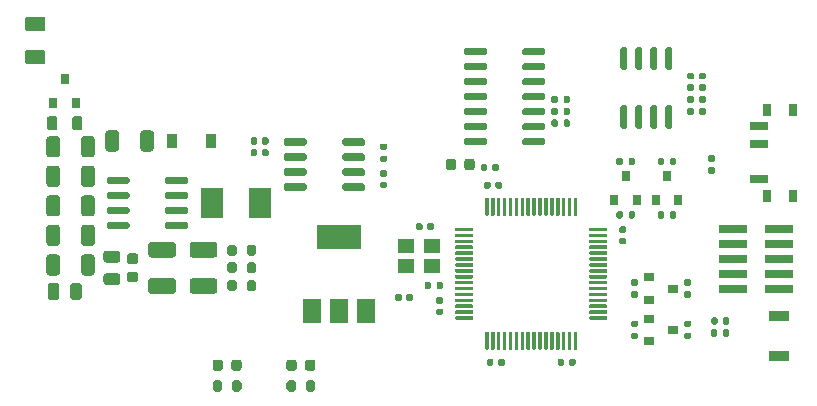
<source format=gbr>
%TF.GenerationSoftware,KiCad,Pcbnew,5.1.9-73d0e3b20d~88~ubuntu18.04.1*%
%TF.CreationDate,2021-01-21T10:29:52+00:00*%
%TF.ProjectId,Object_Detect_Board,4f626a65-6374-45f4-9465-746563745f42,V1.0*%
%TF.SameCoordinates,Original*%
%TF.FileFunction,Paste,Top*%
%TF.FilePolarity,Positive*%
%FSLAX46Y46*%
G04 Gerber Fmt 4.6, Leading zero omitted, Abs format (unit mm)*
G04 Created by KiCad (PCBNEW 5.1.9-73d0e3b20d~88~ubuntu18.04.1) date 2021-01-21 10:29:52*
%MOMM*%
%LPD*%
G01*
G04 APERTURE LIST*
%ADD10R,0.800000X0.900000*%
%ADD11R,0.900000X1.200000*%
%ADD12R,2.400000X0.740000*%
%ADD13R,1.900000X2.500000*%
%ADD14R,0.900000X0.800000*%
%ADD15R,1.500000X0.700000*%
%ADD16R,0.800000X1.000000*%
%ADD17R,3.800000X2.000000*%
%ADD18R,1.500000X2.000000*%
%ADD19R,1.400000X1.200000*%
%ADD20R,1.700000X0.900000*%
G04 APERTURE END LIST*
%TO.C,C26*%
G36*
G01*
X131574999Y-106375000D02*
X133425001Y-106375000D01*
G75*
G02*
X133675000Y-106624999I0J-249999D01*
G01*
X133675000Y-107450001D01*
G75*
G02*
X133425001Y-107700000I-249999J0D01*
G01*
X131574999Y-107700000D01*
G75*
G02*
X131325000Y-107450001I0J249999D01*
G01*
X131325000Y-106624999D01*
G75*
G02*
X131574999Y-106375000I249999J0D01*
G01*
G37*
G36*
G01*
X131574999Y-103300000D02*
X133425001Y-103300000D01*
G75*
G02*
X133675000Y-103549999I0J-249999D01*
G01*
X133675000Y-104375001D01*
G75*
G02*
X133425001Y-104625000I-249999J0D01*
G01*
X131574999Y-104625000D01*
G75*
G02*
X131325000Y-104375001I0J249999D01*
G01*
X131325000Y-103549999D01*
G75*
G02*
X131574999Y-103300000I249999J0D01*
G01*
G37*
%TD*%
%TO.C,C24*%
G36*
G01*
X128074999Y-106375000D02*
X129925001Y-106375000D01*
G75*
G02*
X130175000Y-106624999I0J-249999D01*
G01*
X130175000Y-107450001D01*
G75*
G02*
X129925001Y-107700000I-249999J0D01*
G01*
X128074999Y-107700000D01*
G75*
G02*
X127825000Y-107450001I0J249999D01*
G01*
X127825000Y-106624999D01*
G75*
G02*
X128074999Y-106375000I249999J0D01*
G01*
G37*
G36*
G01*
X128074999Y-103300000D02*
X129925001Y-103300000D01*
G75*
G02*
X130175000Y-103549999I0J-249999D01*
G01*
X130175000Y-104375001D01*
G75*
G02*
X129925001Y-104625000I-249999J0D01*
G01*
X128074999Y-104625000D01*
G75*
G02*
X127825000Y-104375001I0J249999D01*
G01*
X127825000Y-103549999D01*
G75*
G02*
X128074999Y-103300000I249999J0D01*
G01*
G37*
%TD*%
%TO.C,C25*%
G36*
G01*
X126250000Y-105825000D02*
X126750000Y-105825000D01*
G75*
G02*
X126975000Y-106050000I0J-225000D01*
G01*
X126975000Y-106500000D01*
G75*
G02*
X126750000Y-106725000I-225000J0D01*
G01*
X126250000Y-106725000D01*
G75*
G02*
X126025000Y-106500000I0J225000D01*
G01*
X126025000Y-106050000D01*
G75*
G02*
X126250000Y-105825000I225000J0D01*
G01*
G37*
G36*
G01*
X126250000Y-104275000D02*
X126750000Y-104275000D01*
G75*
G02*
X126975000Y-104500000I0J-225000D01*
G01*
X126975000Y-104950000D01*
G75*
G02*
X126750000Y-105175000I-225000J0D01*
G01*
X126250000Y-105175000D01*
G75*
G02*
X126025000Y-104950000I0J225000D01*
G01*
X126025000Y-104500000D01*
G75*
G02*
X126250000Y-104275000I225000J0D01*
G01*
G37*
%TD*%
%TO.C,C23*%
G36*
G01*
X124275000Y-105950000D02*
X125225000Y-105950000D01*
G75*
G02*
X125475000Y-106200000I0J-250000D01*
G01*
X125475000Y-106700000D01*
G75*
G02*
X125225000Y-106950000I-250000J0D01*
G01*
X124275000Y-106950000D01*
G75*
G02*
X124025000Y-106700000I0J250000D01*
G01*
X124025000Y-106200000D01*
G75*
G02*
X124275000Y-105950000I250000J0D01*
G01*
G37*
G36*
G01*
X124275000Y-104050000D02*
X125225000Y-104050000D01*
G75*
G02*
X125475000Y-104300000I0J-250000D01*
G01*
X125475000Y-104800000D01*
G75*
G02*
X125225000Y-105050000I-250000J0D01*
G01*
X124275000Y-105050000D01*
G75*
G02*
X124025000Y-104800000I0J250000D01*
G01*
X124025000Y-104300000D01*
G75*
G02*
X124275000Y-104050000I250000J0D01*
G01*
G37*
%TD*%
D10*
%TO.C,Q2*%
X168250000Y-97750000D03*
X169200000Y-99750000D03*
X167300000Y-99750000D03*
%TD*%
%TO.C,C1*%
G36*
G01*
X147580000Y-98200000D02*
X147920000Y-98200000D01*
G75*
G02*
X148060000Y-98340000I0J-140000D01*
G01*
X148060000Y-98620000D01*
G75*
G02*
X147920000Y-98760000I-140000J0D01*
G01*
X147580000Y-98760000D01*
G75*
G02*
X147440000Y-98620000I0J140000D01*
G01*
X147440000Y-98340000D01*
G75*
G02*
X147580000Y-98200000I140000J0D01*
G01*
G37*
G36*
G01*
X147580000Y-97240000D02*
X147920000Y-97240000D01*
G75*
G02*
X148060000Y-97380000I0J-140000D01*
G01*
X148060000Y-97660000D01*
G75*
G02*
X147920000Y-97800000I-140000J0D01*
G01*
X147580000Y-97800000D01*
G75*
G02*
X147440000Y-97660000I0J140000D01*
G01*
X147440000Y-97380000D01*
G75*
G02*
X147580000Y-97240000I140000J0D01*
G01*
G37*
%TD*%
%TO.C,C2*%
G36*
G01*
X137050000Y-95580000D02*
X137050000Y-95920000D01*
G75*
G02*
X136910000Y-96060000I-140000J0D01*
G01*
X136630000Y-96060000D01*
G75*
G02*
X136490000Y-95920000I0J140000D01*
G01*
X136490000Y-95580000D01*
G75*
G02*
X136630000Y-95440000I140000J0D01*
G01*
X136910000Y-95440000D01*
G75*
G02*
X137050000Y-95580000I0J-140000D01*
G01*
G37*
G36*
G01*
X138010000Y-95580000D02*
X138010000Y-95920000D01*
G75*
G02*
X137870000Y-96060000I-140000J0D01*
G01*
X137590000Y-96060000D01*
G75*
G02*
X137450000Y-95920000I0J140000D01*
G01*
X137450000Y-95580000D01*
G75*
G02*
X137590000Y-95440000I140000J0D01*
G01*
X137870000Y-95440000D01*
G75*
G02*
X138010000Y-95580000I0J-140000D01*
G01*
G37*
%TD*%
%TO.C,C3*%
G36*
G01*
X138010000Y-94580000D02*
X138010000Y-94920000D01*
G75*
G02*
X137870000Y-95060000I-140000J0D01*
G01*
X137590000Y-95060000D01*
G75*
G02*
X137450000Y-94920000I0J140000D01*
G01*
X137450000Y-94580000D01*
G75*
G02*
X137590000Y-94440000I140000J0D01*
G01*
X137870000Y-94440000D01*
G75*
G02*
X138010000Y-94580000I0J-140000D01*
G01*
G37*
G36*
G01*
X137050000Y-94580000D02*
X137050000Y-94920000D01*
G75*
G02*
X136910000Y-95060000I-140000J0D01*
G01*
X136630000Y-95060000D01*
G75*
G02*
X136490000Y-94920000I0J140000D01*
G01*
X136490000Y-94580000D01*
G75*
G02*
X136630000Y-94440000I140000J0D01*
G01*
X136910000Y-94440000D01*
G75*
G02*
X137050000Y-94580000I0J-140000D01*
G01*
G37*
%TD*%
%TO.C,C4*%
G36*
G01*
X123300000Y-99599999D02*
X123300000Y-100900001D01*
G75*
G02*
X123050001Y-101150000I-249999J0D01*
G01*
X122399999Y-101150000D01*
G75*
G02*
X122150000Y-100900001I0J249999D01*
G01*
X122150000Y-99599999D01*
G75*
G02*
X122399999Y-99350000I249999J0D01*
G01*
X123050001Y-99350000D01*
G75*
G02*
X123300000Y-99599999I0J-249999D01*
G01*
G37*
G36*
G01*
X120350000Y-99599999D02*
X120350000Y-100900001D01*
G75*
G02*
X120100001Y-101150000I-249999J0D01*
G01*
X119449999Y-101150000D01*
G75*
G02*
X119200000Y-100900001I0J249999D01*
G01*
X119200000Y-99599999D01*
G75*
G02*
X119449999Y-99350000I249999J0D01*
G01*
X120100001Y-99350000D01*
G75*
G02*
X120350000Y-99599999I0J-249999D01*
G01*
G37*
%TD*%
%TO.C,C5*%
G36*
G01*
X123300000Y-97099999D02*
X123300000Y-98400001D01*
G75*
G02*
X123050001Y-98650000I-249999J0D01*
G01*
X122399999Y-98650000D01*
G75*
G02*
X122150000Y-98400001I0J249999D01*
G01*
X122150000Y-97099999D01*
G75*
G02*
X122399999Y-96850000I249999J0D01*
G01*
X123050001Y-96850000D01*
G75*
G02*
X123300000Y-97099999I0J-249999D01*
G01*
G37*
G36*
G01*
X120350000Y-97099999D02*
X120350000Y-98400001D01*
G75*
G02*
X120100001Y-98650000I-249999J0D01*
G01*
X119449999Y-98650000D01*
G75*
G02*
X119200000Y-98400001I0J249999D01*
G01*
X119200000Y-97099999D01*
G75*
G02*
X119449999Y-96850000I249999J0D01*
G01*
X120100001Y-96850000D01*
G75*
G02*
X120350000Y-97099999I0J-249999D01*
G01*
G37*
%TD*%
%TO.C,C6*%
G36*
G01*
X152010000Y-101830000D02*
X152010000Y-102170000D01*
G75*
G02*
X151870000Y-102310000I-140000J0D01*
G01*
X151590000Y-102310000D01*
G75*
G02*
X151450000Y-102170000I0J140000D01*
G01*
X151450000Y-101830000D01*
G75*
G02*
X151590000Y-101690000I140000J0D01*
G01*
X151870000Y-101690000D01*
G75*
G02*
X152010000Y-101830000I0J-140000D01*
G01*
G37*
G36*
G01*
X151050000Y-101830000D02*
X151050000Y-102170000D01*
G75*
G02*
X150910000Y-102310000I-140000J0D01*
G01*
X150630000Y-102310000D01*
G75*
G02*
X150490000Y-102170000I0J140000D01*
G01*
X150490000Y-101830000D01*
G75*
G02*
X150630000Y-101690000I140000J0D01*
G01*
X150910000Y-101690000D01*
G75*
G02*
X151050000Y-101830000I0J-140000D01*
G01*
G37*
%TD*%
%TO.C,C7*%
G36*
G01*
X149280000Y-107830000D02*
X149280000Y-108170000D01*
G75*
G02*
X149140000Y-108310000I-140000J0D01*
G01*
X148860000Y-108310000D01*
G75*
G02*
X148720000Y-108170000I0J140000D01*
G01*
X148720000Y-107830000D01*
G75*
G02*
X148860000Y-107690000I140000J0D01*
G01*
X149140000Y-107690000D01*
G75*
G02*
X149280000Y-107830000I0J-140000D01*
G01*
G37*
G36*
G01*
X150240000Y-107830000D02*
X150240000Y-108170000D01*
G75*
G02*
X150100000Y-108310000I-140000J0D01*
G01*
X149820000Y-108310000D01*
G75*
G02*
X149680000Y-108170000I0J140000D01*
G01*
X149680000Y-107830000D01*
G75*
G02*
X149820000Y-107690000I140000J0D01*
G01*
X150100000Y-107690000D01*
G75*
G02*
X150240000Y-107830000I0J-140000D01*
G01*
G37*
%TD*%
%TO.C,C8*%
G36*
G01*
X123300000Y-94599999D02*
X123300000Y-95900001D01*
G75*
G02*
X123050001Y-96150000I-249999J0D01*
G01*
X122399999Y-96150000D01*
G75*
G02*
X122150000Y-95900001I0J249999D01*
G01*
X122150000Y-94599999D01*
G75*
G02*
X122399999Y-94350000I249999J0D01*
G01*
X123050001Y-94350000D01*
G75*
G02*
X123300000Y-94599999I0J-249999D01*
G01*
G37*
G36*
G01*
X120350000Y-94599999D02*
X120350000Y-95900001D01*
G75*
G02*
X120100001Y-96150000I-249999J0D01*
G01*
X119449999Y-96150000D01*
G75*
G02*
X119200000Y-95900001I0J249999D01*
G01*
X119200000Y-94599999D01*
G75*
G02*
X119449999Y-94350000I249999J0D01*
G01*
X120100001Y-94350000D01*
G75*
G02*
X120350000Y-94599999I0J-249999D01*
G01*
G37*
%TD*%
%TO.C,C9*%
G36*
G01*
X128300000Y-94099999D02*
X128300000Y-95400001D01*
G75*
G02*
X128050001Y-95650000I-249999J0D01*
G01*
X127399999Y-95650000D01*
G75*
G02*
X127150000Y-95400001I0J249999D01*
G01*
X127150000Y-94099999D01*
G75*
G02*
X127399999Y-93850000I249999J0D01*
G01*
X128050001Y-93850000D01*
G75*
G02*
X128300000Y-94099999I0J-249999D01*
G01*
G37*
G36*
G01*
X125350000Y-94099999D02*
X125350000Y-95400001D01*
G75*
G02*
X125100001Y-95650000I-249999J0D01*
G01*
X124449999Y-95650000D01*
G75*
G02*
X124200000Y-95400001I0J249999D01*
G01*
X124200000Y-94099999D01*
G75*
G02*
X124449999Y-93850000I249999J0D01*
G01*
X125100001Y-93850000D01*
G75*
G02*
X125350000Y-94099999I0J-249999D01*
G01*
G37*
%TD*%
%TO.C,C10*%
G36*
G01*
X173580000Y-89950000D02*
X173920000Y-89950000D01*
G75*
G02*
X174060000Y-90090000I0J-140000D01*
G01*
X174060000Y-90370000D01*
G75*
G02*
X173920000Y-90510000I-140000J0D01*
G01*
X173580000Y-90510000D01*
G75*
G02*
X173440000Y-90370000I0J140000D01*
G01*
X173440000Y-90090000D01*
G75*
G02*
X173580000Y-89950000I140000J0D01*
G01*
G37*
G36*
G01*
X173580000Y-88990000D02*
X173920000Y-88990000D01*
G75*
G02*
X174060000Y-89130000I0J-140000D01*
G01*
X174060000Y-89410000D01*
G75*
G02*
X173920000Y-89550000I-140000J0D01*
G01*
X173580000Y-89550000D01*
G75*
G02*
X173440000Y-89410000I0J140000D01*
G01*
X173440000Y-89130000D01*
G75*
G02*
X173580000Y-88990000I140000J0D01*
G01*
G37*
%TD*%
%TO.C,C11*%
G36*
G01*
X174920000Y-90510000D02*
X174580000Y-90510000D01*
G75*
G02*
X174440000Y-90370000I0J140000D01*
G01*
X174440000Y-90090000D01*
G75*
G02*
X174580000Y-89950000I140000J0D01*
G01*
X174920000Y-89950000D01*
G75*
G02*
X175060000Y-90090000I0J-140000D01*
G01*
X175060000Y-90370000D01*
G75*
G02*
X174920000Y-90510000I-140000J0D01*
G01*
G37*
G36*
G01*
X174920000Y-89550000D02*
X174580000Y-89550000D01*
G75*
G02*
X174440000Y-89410000I0J140000D01*
G01*
X174440000Y-89130000D01*
G75*
G02*
X174580000Y-88990000I140000J0D01*
G01*
X174920000Y-88990000D01*
G75*
G02*
X175060000Y-89130000I0J-140000D01*
G01*
X175060000Y-89410000D01*
G75*
G02*
X174920000Y-89550000I-140000J0D01*
G01*
G37*
%TD*%
%TO.C,C12*%
G36*
G01*
X120350000Y-104599999D02*
X120350000Y-105900001D01*
G75*
G02*
X120100001Y-106150000I-249999J0D01*
G01*
X119449999Y-106150000D01*
G75*
G02*
X119200000Y-105900001I0J249999D01*
G01*
X119200000Y-104599999D01*
G75*
G02*
X119449999Y-104350000I249999J0D01*
G01*
X120100001Y-104350000D01*
G75*
G02*
X120350000Y-104599999I0J-249999D01*
G01*
G37*
G36*
G01*
X123300000Y-104599999D02*
X123300000Y-105900001D01*
G75*
G02*
X123050001Y-106150000I-249999J0D01*
G01*
X122399999Y-106150000D01*
G75*
G02*
X122150000Y-105900001I0J249999D01*
G01*
X122150000Y-104599999D01*
G75*
G02*
X122399999Y-104350000I249999J0D01*
G01*
X123050001Y-104350000D01*
G75*
G02*
X123300000Y-104599999I0J-249999D01*
G01*
G37*
%TD*%
%TO.C,C13*%
G36*
G01*
X119300000Y-107975000D02*
X119300000Y-107025000D01*
G75*
G02*
X119550000Y-106775000I250000J0D01*
G01*
X120050000Y-106775000D01*
G75*
G02*
X120300000Y-107025000I0J-250000D01*
G01*
X120300000Y-107975000D01*
G75*
G02*
X120050000Y-108225000I-250000J0D01*
G01*
X119550000Y-108225000D01*
G75*
G02*
X119300000Y-107975000I0J250000D01*
G01*
G37*
G36*
G01*
X121200000Y-107975000D02*
X121200000Y-107025000D01*
G75*
G02*
X121450000Y-106775000I250000J0D01*
G01*
X121950000Y-106775000D01*
G75*
G02*
X122200000Y-107025000I0J-250000D01*
G01*
X122200000Y-107975000D01*
G75*
G02*
X121950000Y-108225000I-250000J0D01*
G01*
X121450000Y-108225000D01*
G75*
G02*
X121200000Y-107975000I0J250000D01*
G01*
G37*
%TD*%
%TO.C,C14*%
G36*
G01*
X155475000Y-96500000D02*
X155475000Y-97000000D01*
G75*
G02*
X155250000Y-97225000I-225000J0D01*
G01*
X154800000Y-97225000D01*
G75*
G02*
X154575000Y-97000000I0J225000D01*
G01*
X154575000Y-96500000D01*
G75*
G02*
X154800000Y-96275000I225000J0D01*
G01*
X155250000Y-96275000D01*
G75*
G02*
X155475000Y-96500000I0J-225000D01*
G01*
G37*
G36*
G01*
X153925000Y-96500000D02*
X153925000Y-97000000D01*
G75*
G02*
X153700000Y-97225000I-225000J0D01*
G01*
X153250000Y-97225000D01*
G75*
G02*
X153025000Y-97000000I0J225000D01*
G01*
X153025000Y-96500000D01*
G75*
G02*
X153250000Y-96275000I225000J0D01*
G01*
X153700000Y-96275000D01*
G75*
G02*
X153925000Y-96500000I0J-225000D01*
G01*
G37*
%TD*%
%TO.C,C15*%
G36*
G01*
X176050000Y-109830000D02*
X176050000Y-110170000D01*
G75*
G02*
X175910000Y-110310000I-140000J0D01*
G01*
X175630000Y-110310000D01*
G75*
G02*
X175490000Y-110170000I0J140000D01*
G01*
X175490000Y-109830000D01*
G75*
G02*
X175630000Y-109690000I140000J0D01*
G01*
X175910000Y-109690000D01*
G75*
G02*
X176050000Y-109830000I0J-140000D01*
G01*
G37*
G36*
G01*
X177010000Y-109830000D02*
X177010000Y-110170000D01*
G75*
G02*
X176870000Y-110310000I-140000J0D01*
G01*
X176590000Y-110310000D01*
G75*
G02*
X176450000Y-110170000I0J140000D01*
G01*
X176450000Y-109830000D01*
G75*
G02*
X176590000Y-109690000I140000J0D01*
G01*
X176870000Y-109690000D01*
G75*
G02*
X177010000Y-109830000I0J-140000D01*
G01*
G37*
%TD*%
%TO.C,C16*%
G36*
G01*
X157510000Y-96830000D02*
X157510000Y-97170000D01*
G75*
G02*
X157370000Y-97310000I-140000J0D01*
G01*
X157090000Y-97310000D01*
G75*
G02*
X156950000Y-97170000I0J140000D01*
G01*
X156950000Y-96830000D01*
G75*
G02*
X157090000Y-96690000I140000J0D01*
G01*
X157370000Y-96690000D01*
G75*
G02*
X157510000Y-96830000I0J-140000D01*
G01*
G37*
G36*
G01*
X156550000Y-96830000D02*
X156550000Y-97170000D01*
G75*
G02*
X156410000Y-97310000I-140000J0D01*
G01*
X156130000Y-97310000D01*
G75*
G02*
X155990000Y-97170000I0J140000D01*
G01*
X155990000Y-96830000D01*
G75*
G02*
X156130000Y-96690000I140000J0D01*
G01*
X156410000Y-96690000D01*
G75*
G02*
X156550000Y-96830000I0J-140000D01*
G01*
G37*
%TD*%
%TO.C,C17*%
G36*
G01*
X157220000Y-98670000D02*
X157220000Y-98330000D01*
G75*
G02*
X157360000Y-98190000I140000J0D01*
G01*
X157640000Y-98190000D01*
G75*
G02*
X157780000Y-98330000I0J-140000D01*
G01*
X157780000Y-98670000D01*
G75*
G02*
X157640000Y-98810000I-140000J0D01*
G01*
X157360000Y-98810000D01*
G75*
G02*
X157220000Y-98670000I0J140000D01*
G01*
G37*
G36*
G01*
X156260000Y-98670000D02*
X156260000Y-98330000D01*
G75*
G02*
X156400000Y-98190000I140000J0D01*
G01*
X156680000Y-98190000D01*
G75*
G02*
X156820000Y-98330000I0J-140000D01*
G01*
X156820000Y-98670000D01*
G75*
G02*
X156680000Y-98810000I-140000J0D01*
G01*
X156400000Y-98810000D01*
G75*
G02*
X156260000Y-98670000I0J140000D01*
G01*
G37*
%TD*%
%TO.C,C18*%
G36*
G01*
X152670000Y-109510000D02*
X152330000Y-109510000D01*
G75*
G02*
X152190000Y-109370000I0J140000D01*
G01*
X152190000Y-109090000D01*
G75*
G02*
X152330000Y-108950000I140000J0D01*
G01*
X152670000Y-108950000D01*
G75*
G02*
X152810000Y-109090000I0J-140000D01*
G01*
X152810000Y-109370000D01*
G75*
G02*
X152670000Y-109510000I-140000J0D01*
G01*
G37*
G36*
G01*
X152670000Y-108550000D02*
X152330000Y-108550000D01*
G75*
G02*
X152190000Y-108410000I0J140000D01*
G01*
X152190000Y-108130000D01*
G75*
G02*
X152330000Y-107990000I140000J0D01*
G01*
X152670000Y-107990000D01*
G75*
G02*
X152810000Y-108130000I0J-140000D01*
G01*
X152810000Y-108410000D01*
G75*
G02*
X152670000Y-108550000I-140000J0D01*
G01*
G37*
%TD*%
%TO.C,C19*%
G36*
G01*
X158010000Y-113330000D02*
X158010000Y-113670000D01*
G75*
G02*
X157870000Y-113810000I-140000J0D01*
G01*
X157590000Y-113810000D01*
G75*
G02*
X157450000Y-113670000I0J140000D01*
G01*
X157450000Y-113330000D01*
G75*
G02*
X157590000Y-113190000I140000J0D01*
G01*
X157870000Y-113190000D01*
G75*
G02*
X158010000Y-113330000I0J-140000D01*
G01*
G37*
G36*
G01*
X157050000Y-113330000D02*
X157050000Y-113670000D01*
G75*
G02*
X156910000Y-113810000I-140000J0D01*
G01*
X156630000Y-113810000D01*
G75*
G02*
X156490000Y-113670000I0J140000D01*
G01*
X156490000Y-113330000D01*
G75*
G02*
X156630000Y-113190000I140000J0D01*
G01*
X156910000Y-113190000D01*
G75*
G02*
X157050000Y-113330000I0J-140000D01*
G01*
G37*
%TD*%
%TO.C,C20*%
G36*
G01*
X163050000Y-113330000D02*
X163050000Y-113670000D01*
G75*
G02*
X162910000Y-113810000I-140000J0D01*
G01*
X162630000Y-113810000D01*
G75*
G02*
X162490000Y-113670000I0J140000D01*
G01*
X162490000Y-113330000D01*
G75*
G02*
X162630000Y-113190000I140000J0D01*
G01*
X162910000Y-113190000D01*
G75*
G02*
X163050000Y-113330000I0J-140000D01*
G01*
G37*
G36*
G01*
X164010000Y-113330000D02*
X164010000Y-113670000D01*
G75*
G02*
X163870000Y-113810000I-140000J0D01*
G01*
X163590000Y-113810000D01*
G75*
G02*
X163450000Y-113670000I0J140000D01*
G01*
X163450000Y-113330000D01*
G75*
G02*
X163590000Y-113190000I140000J0D01*
G01*
X163870000Y-113190000D01*
G75*
G02*
X164010000Y-113330000I0J-140000D01*
G01*
G37*
%TD*%
%TO.C,C21*%
G36*
G01*
X167830000Y-101990000D02*
X168170000Y-101990000D01*
G75*
G02*
X168310000Y-102130000I0J-140000D01*
G01*
X168310000Y-102410000D01*
G75*
G02*
X168170000Y-102550000I-140000J0D01*
G01*
X167830000Y-102550000D01*
G75*
G02*
X167690000Y-102410000I0J140000D01*
G01*
X167690000Y-102130000D01*
G75*
G02*
X167830000Y-101990000I140000J0D01*
G01*
G37*
G36*
G01*
X167830000Y-102950000D02*
X168170000Y-102950000D01*
G75*
G02*
X168310000Y-103090000I0J-140000D01*
G01*
X168310000Y-103370000D01*
G75*
G02*
X168170000Y-103510000I-140000J0D01*
G01*
X167830000Y-103510000D01*
G75*
G02*
X167690000Y-103370000I0J140000D01*
G01*
X167690000Y-103090000D01*
G75*
G02*
X167830000Y-102950000I140000J0D01*
G01*
G37*
%TD*%
%TO.C,C22*%
G36*
G01*
X120350000Y-102099999D02*
X120350000Y-103400001D01*
G75*
G02*
X120100001Y-103650000I-249999J0D01*
G01*
X119449999Y-103650000D01*
G75*
G02*
X119200000Y-103400001I0J249999D01*
G01*
X119200000Y-102099999D01*
G75*
G02*
X119449999Y-101850000I249999J0D01*
G01*
X120100001Y-101850000D01*
G75*
G02*
X120350000Y-102099999I0J-249999D01*
G01*
G37*
G36*
G01*
X123300000Y-102099999D02*
X123300000Y-103400001D01*
G75*
G02*
X123050001Y-103650000I-249999J0D01*
G01*
X122399999Y-103650000D01*
G75*
G02*
X122150000Y-103400001I0J249999D01*
G01*
X122150000Y-102099999D01*
G75*
G02*
X122399999Y-101850000I249999J0D01*
G01*
X123050001Y-101850000D01*
G75*
G02*
X123300000Y-102099999I0J-249999D01*
G01*
G37*
%TD*%
D11*
%TO.C,D1*%
X129850000Y-94750000D03*
X133150000Y-94750000D03*
%TD*%
%TO.C,D2*%
G36*
G01*
X139525000Y-114006250D02*
X139525000Y-113493750D01*
G75*
G02*
X139743750Y-113275000I218750J0D01*
G01*
X140181250Y-113275000D01*
G75*
G02*
X140400000Y-113493750I0J-218750D01*
G01*
X140400000Y-114006250D01*
G75*
G02*
X140181250Y-114225000I-218750J0D01*
G01*
X139743750Y-114225000D01*
G75*
G02*
X139525000Y-114006250I0J218750D01*
G01*
G37*
G36*
G01*
X141100000Y-114006250D02*
X141100000Y-113493750D01*
G75*
G02*
X141318750Y-113275000I218750J0D01*
G01*
X141756250Y-113275000D01*
G75*
G02*
X141975000Y-113493750I0J-218750D01*
G01*
X141975000Y-114006250D01*
G75*
G02*
X141756250Y-114225000I-218750J0D01*
G01*
X141318750Y-114225000D01*
G75*
G02*
X141100000Y-114006250I0J218750D01*
G01*
G37*
%TD*%
%TO.C,D3*%
G36*
G01*
X134850000Y-114006250D02*
X134850000Y-113493750D01*
G75*
G02*
X135068750Y-113275000I218750J0D01*
G01*
X135506250Y-113275000D01*
G75*
G02*
X135725000Y-113493750I0J-218750D01*
G01*
X135725000Y-114006250D01*
G75*
G02*
X135506250Y-114225000I-218750J0D01*
G01*
X135068750Y-114225000D01*
G75*
G02*
X134850000Y-114006250I0J218750D01*
G01*
G37*
G36*
G01*
X133275000Y-114006250D02*
X133275000Y-113493750D01*
G75*
G02*
X133493750Y-113275000I218750J0D01*
G01*
X133931250Y-113275000D01*
G75*
G02*
X134150000Y-113493750I0J-218750D01*
G01*
X134150000Y-114006250D01*
G75*
G02*
X133931250Y-114225000I-218750J0D01*
G01*
X133493750Y-114225000D01*
G75*
G02*
X133275000Y-114006250I0J218750D01*
G01*
G37*
%TD*%
%TO.C,F1*%
G36*
G01*
X118875000Y-88275000D02*
X117625000Y-88275000D01*
G75*
G02*
X117375000Y-88025000I0J250000D01*
G01*
X117375000Y-87275000D01*
G75*
G02*
X117625000Y-87025000I250000J0D01*
G01*
X118875000Y-87025000D01*
G75*
G02*
X119125000Y-87275000I0J-250000D01*
G01*
X119125000Y-88025000D01*
G75*
G02*
X118875000Y-88275000I-250000J0D01*
G01*
G37*
G36*
G01*
X118875000Y-85475000D02*
X117625000Y-85475000D01*
G75*
G02*
X117375000Y-85225000I0J250000D01*
G01*
X117375000Y-84475000D01*
G75*
G02*
X117625000Y-84225000I250000J0D01*
G01*
X118875000Y-84225000D01*
G75*
G02*
X119125000Y-84475000I0J-250000D01*
G01*
X119125000Y-85225000D01*
G75*
G02*
X118875000Y-85475000I-250000J0D01*
G01*
G37*
%TD*%
%TO.C,FB1*%
G36*
G01*
X119250000Y-93631250D02*
X119250000Y-92868750D01*
G75*
G02*
X119468750Y-92650000I218750J0D01*
G01*
X119906250Y-92650000D01*
G75*
G02*
X120125000Y-92868750I0J-218750D01*
G01*
X120125000Y-93631250D01*
G75*
G02*
X119906250Y-93850000I-218750J0D01*
G01*
X119468750Y-93850000D01*
G75*
G02*
X119250000Y-93631250I0J218750D01*
G01*
G37*
G36*
G01*
X121375000Y-93631250D02*
X121375000Y-92868750D01*
G75*
G02*
X121593750Y-92650000I218750J0D01*
G01*
X122031250Y-92650000D01*
G75*
G02*
X122250000Y-92868750I0J-218750D01*
G01*
X122250000Y-93631250D01*
G75*
G02*
X122031250Y-93850000I-218750J0D01*
G01*
X121593750Y-93850000D01*
G75*
G02*
X121375000Y-93631250I0J218750D01*
G01*
G37*
%TD*%
D12*
%TO.C,J11*%
X177300000Y-102210000D03*
X181200000Y-102210000D03*
X177300000Y-103480000D03*
X181200000Y-103480000D03*
X177300000Y-104750000D03*
X181200000Y-104750000D03*
X177300000Y-106020000D03*
X181200000Y-106020000D03*
X177300000Y-107290000D03*
X181200000Y-107290000D03*
%TD*%
D13*
%TO.C,L1*%
X133200000Y-100000000D03*
X137300000Y-100000000D03*
%TD*%
D10*
%TO.C,Q1*%
X119800000Y-91500000D03*
X121700000Y-91500000D03*
X120750000Y-89500000D03*
%TD*%
%TO.C,Q3*%
X170800000Y-99750000D03*
X172700000Y-99750000D03*
X171750000Y-97750000D03*
%TD*%
D14*
%TO.C,Q4*%
X170250000Y-109800000D03*
X170250000Y-111700000D03*
X172250000Y-110750000D03*
%TD*%
%TO.C,Q5*%
X172250000Y-107250000D03*
X170250000Y-108200000D03*
X170250000Y-106300000D03*
%TD*%
%TO.C,R3*%
G36*
G01*
X147935000Y-95520000D02*
X147565000Y-95520000D01*
G75*
G02*
X147430000Y-95385000I0J135000D01*
G01*
X147430000Y-95115000D01*
G75*
G02*
X147565000Y-94980000I135000J0D01*
G01*
X147935000Y-94980000D01*
G75*
G02*
X148070000Y-95115000I0J-135000D01*
G01*
X148070000Y-95385000D01*
G75*
G02*
X147935000Y-95520000I-135000J0D01*
G01*
G37*
G36*
G01*
X147935000Y-96540000D02*
X147565000Y-96540000D01*
G75*
G02*
X147430000Y-96405000I0J135000D01*
G01*
X147430000Y-96135000D01*
G75*
G02*
X147565000Y-96000000I135000J0D01*
G01*
X147935000Y-96000000D01*
G75*
G02*
X148070000Y-96135000I0J-135000D01*
G01*
X148070000Y-96405000D01*
G75*
G02*
X147935000Y-96540000I-135000J0D01*
G01*
G37*
%TD*%
%TO.C,R4*%
G36*
G01*
X161970000Y-91435000D02*
X161970000Y-91065000D01*
G75*
G02*
X162105000Y-90930000I135000J0D01*
G01*
X162375000Y-90930000D01*
G75*
G02*
X162510000Y-91065000I0J-135000D01*
G01*
X162510000Y-91435000D01*
G75*
G02*
X162375000Y-91570000I-135000J0D01*
G01*
X162105000Y-91570000D01*
G75*
G02*
X161970000Y-91435000I0J135000D01*
G01*
G37*
G36*
G01*
X162990000Y-91435000D02*
X162990000Y-91065000D01*
G75*
G02*
X163125000Y-90930000I135000J0D01*
G01*
X163395000Y-90930000D01*
G75*
G02*
X163530000Y-91065000I0J-135000D01*
G01*
X163530000Y-91435000D01*
G75*
G02*
X163395000Y-91570000I-135000J0D01*
G01*
X163125000Y-91570000D01*
G75*
G02*
X162990000Y-91435000I0J135000D01*
G01*
G37*
%TD*%
%TO.C,R5*%
G36*
G01*
X162990000Y-93435000D02*
X162990000Y-93065000D01*
G75*
G02*
X163125000Y-92930000I135000J0D01*
G01*
X163395000Y-92930000D01*
G75*
G02*
X163530000Y-93065000I0J-135000D01*
G01*
X163530000Y-93435000D01*
G75*
G02*
X163395000Y-93570000I-135000J0D01*
G01*
X163125000Y-93570000D01*
G75*
G02*
X162990000Y-93435000I0J135000D01*
G01*
G37*
G36*
G01*
X161970000Y-93435000D02*
X161970000Y-93065000D01*
G75*
G02*
X162105000Y-92930000I135000J0D01*
G01*
X162375000Y-92930000D01*
G75*
G02*
X162510000Y-93065000I0J-135000D01*
G01*
X162510000Y-93435000D01*
G75*
G02*
X162375000Y-93570000I-135000J0D01*
G01*
X162105000Y-93570000D01*
G75*
G02*
X161970000Y-93435000I0J135000D01*
G01*
G37*
%TD*%
%TO.C,R6*%
G36*
G01*
X161970000Y-92435000D02*
X161970000Y-92065000D01*
G75*
G02*
X162105000Y-91930000I135000J0D01*
G01*
X162375000Y-91930000D01*
G75*
G02*
X162510000Y-92065000I0J-135000D01*
G01*
X162510000Y-92435000D01*
G75*
G02*
X162375000Y-92570000I-135000J0D01*
G01*
X162105000Y-92570000D01*
G75*
G02*
X161970000Y-92435000I0J135000D01*
G01*
G37*
G36*
G01*
X162990000Y-92435000D02*
X162990000Y-92065000D01*
G75*
G02*
X163125000Y-91930000I135000J0D01*
G01*
X163395000Y-91930000D01*
G75*
G02*
X163530000Y-92065000I0J-135000D01*
G01*
X163530000Y-92435000D01*
G75*
G02*
X163395000Y-92570000I-135000J0D01*
G01*
X163125000Y-92570000D01*
G75*
G02*
X162990000Y-92435000I0J135000D01*
G01*
G37*
%TD*%
%TO.C,R7*%
G36*
G01*
X152780000Y-106815000D02*
X152780000Y-107185000D01*
G75*
G02*
X152645000Y-107320000I-135000J0D01*
G01*
X152375000Y-107320000D01*
G75*
G02*
X152240000Y-107185000I0J135000D01*
G01*
X152240000Y-106815000D01*
G75*
G02*
X152375000Y-106680000I135000J0D01*
G01*
X152645000Y-106680000D01*
G75*
G02*
X152780000Y-106815000I0J-135000D01*
G01*
G37*
G36*
G01*
X151760000Y-106815000D02*
X151760000Y-107185000D01*
G75*
G02*
X151625000Y-107320000I-135000J0D01*
G01*
X151355000Y-107320000D01*
G75*
G02*
X151220000Y-107185000I0J135000D01*
G01*
X151220000Y-106815000D01*
G75*
G02*
X151355000Y-106680000I135000J0D01*
G01*
X151625000Y-106680000D01*
G75*
G02*
X151760000Y-106815000I0J-135000D01*
G01*
G37*
%TD*%
%TO.C,R8*%
G36*
G01*
X139525000Y-115775000D02*
X139525000Y-115225000D01*
G75*
G02*
X139725000Y-115025000I200000J0D01*
G01*
X140125000Y-115025000D01*
G75*
G02*
X140325000Y-115225000I0J-200000D01*
G01*
X140325000Y-115775000D01*
G75*
G02*
X140125000Y-115975000I-200000J0D01*
G01*
X139725000Y-115975000D01*
G75*
G02*
X139525000Y-115775000I0J200000D01*
G01*
G37*
G36*
G01*
X141175000Y-115775000D02*
X141175000Y-115225000D01*
G75*
G02*
X141375000Y-115025000I200000J0D01*
G01*
X141775000Y-115025000D01*
G75*
G02*
X141975000Y-115225000I0J-200000D01*
G01*
X141975000Y-115775000D01*
G75*
G02*
X141775000Y-115975000I-200000J0D01*
G01*
X141375000Y-115975000D01*
G75*
G02*
X141175000Y-115775000I0J200000D01*
G01*
G37*
%TD*%
%TO.C,R9*%
G36*
G01*
X174565000Y-91990000D02*
X174935000Y-91990000D01*
G75*
G02*
X175070000Y-92125000I0J-135000D01*
G01*
X175070000Y-92395000D01*
G75*
G02*
X174935000Y-92530000I-135000J0D01*
G01*
X174565000Y-92530000D01*
G75*
G02*
X174430000Y-92395000I0J135000D01*
G01*
X174430000Y-92125000D01*
G75*
G02*
X174565000Y-91990000I135000J0D01*
G01*
G37*
G36*
G01*
X174565000Y-90970000D02*
X174935000Y-90970000D01*
G75*
G02*
X175070000Y-91105000I0J-135000D01*
G01*
X175070000Y-91375000D01*
G75*
G02*
X174935000Y-91510000I-135000J0D01*
G01*
X174565000Y-91510000D01*
G75*
G02*
X174430000Y-91375000I0J135000D01*
G01*
X174430000Y-91105000D01*
G75*
G02*
X174565000Y-90970000I135000J0D01*
G01*
G37*
%TD*%
%TO.C,R10*%
G36*
G01*
X173935000Y-92530000D02*
X173565000Y-92530000D01*
G75*
G02*
X173430000Y-92395000I0J135000D01*
G01*
X173430000Y-92125000D01*
G75*
G02*
X173565000Y-91990000I135000J0D01*
G01*
X173935000Y-91990000D01*
G75*
G02*
X174070000Y-92125000I0J-135000D01*
G01*
X174070000Y-92395000D01*
G75*
G02*
X173935000Y-92530000I-135000J0D01*
G01*
G37*
G36*
G01*
X173935000Y-91510000D02*
X173565000Y-91510000D01*
G75*
G02*
X173430000Y-91375000I0J135000D01*
G01*
X173430000Y-91105000D01*
G75*
G02*
X173565000Y-90970000I135000J0D01*
G01*
X173935000Y-90970000D01*
G75*
G02*
X174070000Y-91105000I0J-135000D01*
G01*
X174070000Y-91375000D01*
G75*
G02*
X173935000Y-91510000I-135000J0D01*
G01*
G37*
%TD*%
%TO.C,R11*%
G36*
G01*
X134525000Y-107275000D02*
X134525000Y-106725000D01*
G75*
G02*
X134725000Y-106525000I200000J0D01*
G01*
X135125000Y-106525000D01*
G75*
G02*
X135325000Y-106725000I0J-200000D01*
G01*
X135325000Y-107275000D01*
G75*
G02*
X135125000Y-107475000I-200000J0D01*
G01*
X134725000Y-107475000D01*
G75*
G02*
X134525000Y-107275000I0J200000D01*
G01*
G37*
G36*
G01*
X136175000Y-107275000D02*
X136175000Y-106725000D01*
G75*
G02*
X136375000Y-106525000I200000J0D01*
G01*
X136775000Y-106525000D01*
G75*
G02*
X136975000Y-106725000I0J-200000D01*
G01*
X136975000Y-107275000D01*
G75*
G02*
X136775000Y-107475000I-200000J0D01*
G01*
X136375000Y-107475000D01*
G75*
G02*
X136175000Y-107275000I0J200000D01*
G01*
G37*
%TD*%
%TO.C,R12*%
G36*
G01*
X136175000Y-104275000D02*
X136175000Y-103725000D01*
G75*
G02*
X136375000Y-103525000I200000J0D01*
G01*
X136775000Y-103525000D01*
G75*
G02*
X136975000Y-103725000I0J-200000D01*
G01*
X136975000Y-104275000D01*
G75*
G02*
X136775000Y-104475000I-200000J0D01*
G01*
X136375000Y-104475000D01*
G75*
G02*
X136175000Y-104275000I0J200000D01*
G01*
G37*
G36*
G01*
X134525000Y-104275000D02*
X134525000Y-103725000D01*
G75*
G02*
X134725000Y-103525000I200000J0D01*
G01*
X135125000Y-103525000D01*
G75*
G02*
X135325000Y-103725000I0J-200000D01*
G01*
X135325000Y-104275000D01*
G75*
G02*
X135125000Y-104475000I-200000J0D01*
G01*
X134725000Y-104475000D01*
G75*
G02*
X134525000Y-104275000I0J200000D01*
G01*
G37*
%TD*%
%TO.C,R13*%
G36*
G01*
X134925000Y-115775000D02*
X134925000Y-115225000D01*
G75*
G02*
X135125000Y-115025000I200000J0D01*
G01*
X135525000Y-115025000D01*
G75*
G02*
X135725000Y-115225000I0J-200000D01*
G01*
X135725000Y-115775000D01*
G75*
G02*
X135525000Y-115975000I-200000J0D01*
G01*
X135125000Y-115975000D01*
G75*
G02*
X134925000Y-115775000I0J200000D01*
G01*
G37*
G36*
G01*
X133275000Y-115775000D02*
X133275000Y-115225000D01*
G75*
G02*
X133475000Y-115025000I200000J0D01*
G01*
X133875000Y-115025000D01*
G75*
G02*
X134075000Y-115225000I0J-200000D01*
G01*
X134075000Y-115775000D01*
G75*
G02*
X133875000Y-115975000I-200000J0D01*
G01*
X133475000Y-115975000D01*
G75*
G02*
X133275000Y-115775000I0J200000D01*
G01*
G37*
%TD*%
%TO.C,R14*%
G36*
G01*
X167470000Y-101185000D02*
X167470000Y-100815000D01*
G75*
G02*
X167605000Y-100680000I135000J0D01*
G01*
X167875000Y-100680000D01*
G75*
G02*
X168010000Y-100815000I0J-135000D01*
G01*
X168010000Y-101185000D01*
G75*
G02*
X167875000Y-101320000I-135000J0D01*
G01*
X167605000Y-101320000D01*
G75*
G02*
X167470000Y-101185000I0J135000D01*
G01*
G37*
G36*
G01*
X168490000Y-101185000D02*
X168490000Y-100815000D01*
G75*
G02*
X168625000Y-100680000I135000J0D01*
G01*
X168895000Y-100680000D01*
G75*
G02*
X169030000Y-100815000I0J-135000D01*
G01*
X169030000Y-101185000D01*
G75*
G02*
X168895000Y-101320000I-135000J0D01*
G01*
X168625000Y-101320000D01*
G75*
G02*
X168490000Y-101185000I0J135000D01*
G01*
G37*
%TD*%
%TO.C,R15*%
G36*
G01*
X170970000Y-101185000D02*
X170970000Y-100815000D01*
G75*
G02*
X171105000Y-100680000I135000J0D01*
G01*
X171375000Y-100680000D01*
G75*
G02*
X171510000Y-100815000I0J-135000D01*
G01*
X171510000Y-101185000D01*
G75*
G02*
X171375000Y-101320000I-135000J0D01*
G01*
X171105000Y-101320000D01*
G75*
G02*
X170970000Y-101185000I0J135000D01*
G01*
G37*
G36*
G01*
X171990000Y-101185000D02*
X171990000Y-100815000D01*
G75*
G02*
X172125000Y-100680000I135000J0D01*
G01*
X172395000Y-100680000D01*
G75*
G02*
X172530000Y-100815000I0J-135000D01*
G01*
X172530000Y-101185000D01*
G75*
G02*
X172395000Y-101320000I-135000J0D01*
G01*
X172125000Y-101320000D01*
G75*
G02*
X171990000Y-101185000I0J135000D01*
G01*
G37*
%TD*%
%TO.C,R16*%
G36*
G01*
X175470000Y-111185000D02*
X175470000Y-110815000D01*
G75*
G02*
X175605000Y-110680000I135000J0D01*
G01*
X175875000Y-110680000D01*
G75*
G02*
X176010000Y-110815000I0J-135000D01*
G01*
X176010000Y-111185000D01*
G75*
G02*
X175875000Y-111320000I-135000J0D01*
G01*
X175605000Y-111320000D01*
G75*
G02*
X175470000Y-111185000I0J135000D01*
G01*
G37*
G36*
G01*
X176490000Y-111185000D02*
X176490000Y-110815000D01*
G75*
G02*
X176625000Y-110680000I135000J0D01*
G01*
X176895000Y-110680000D01*
G75*
G02*
X177030000Y-110815000I0J-135000D01*
G01*
X177030000Y-111185000D01*
G75*
G02*
X176895000Y-111320000I-135000J0D01*
G01*
X176625000Y-111320000D01*
G75*
G02*
X176490000Y-111185000I0J135000D01*
G01*
G37*
%TD*%
%TO.C,R17*%
G36*
G01*
X168490000Y-96685000D02*
X168490000Y-96315000D01*
G75*
G02*
X168625000Y-96180000I135000J0D01*
G01*
X168895000Y-96180000D01*
G75*
G02*
X169030000Y-96315000I0J-135000D01*
G01*
X169030000Y-96685000D01*
G75*
G02*
X168895000Y-96820000I-135000J0D01*
G01*
X168625000Y-96820000D01*
G75*
G02*
X168490000Y-96685000I0J135000D01*
G01*
G37*
G36*
G01*
X167470000Y-96685000D02*
X167470000Y-96315000D01*
G75*
G02*
X167605000Y-96180000I135000J0D01*
G01*
X167875000Y-96180000D01*
G75*
G02*
X168010000Y-96315000I0J-135000D01*
G01*
X168010000Y-96685000D01*
G75*
G02*
X167875000Y-96820000I-135000J0D01*
G01*
X167605000Y-96820000D01*
G75*
G02*
X167470000Y-96685000I0J135000D01*
G01*
G37*
%TD*%
%TO.C,R18*%
G36*
G01*
X170970000Y-96685000D02*
X170970000Y-96315000D01*
G75*
G02*
X171105000Y-96180000I135000J0D01*
G01*
X171375000Y-96180000D01*
G75*
G02*
X171510000Y-96315000I0J-135000D01*
G01*
X171510000Y-96685000D01*
G75*
G02*
X171375000Y-96820000I-135000J0D01*
G01*
X171105000Y-96820000D01*
G75*
G02*
X170970000Y-96685000I0J135000D01*
G01*
G37*
G36*
G01*
X171990000Y-96685000D02*
X171990000Y-96315000D01*
G75*
G02*
X172125000Y-96180000I135000J0D01*
G01*
X172395000Y-96180000D01*
G75*
G02*
X172530000Y-96315000I0J-135000D01*
G01*
X172530000Y-96685000D01*
G75*
G02*
X172395000Y-96820000I-135000J0D01*
G01*
X172125000Y-96820000D01*
G75*
G02*
X171990000Y-96685000I0J135000D01*
G01*
G37*
%TD*%
%TO.C,R19*%
G36*
G01*
X175315000Y-96990000D02*
X175685000Y-96990000D01*
G75*
G02*
X175820000Y-97125000I0J-135000D01*
G01*
X175820000Y-97395000D01*
G75*
G02*
X175685000Y-97530000I-135000J0D01*
G01*
X175315000Y-97530000D01*
G75*
G02*
X175180000Y-97395000I0J135000D01*
G01*
X175180000Y-97125000D01*
G75*
G02*
X175315000Y-96990000I135000J0D01*
G01*
G37*
G36*
G01*
X175315000Y-95970000D02*
X175685000Y-95970000D01*
G75*
G02*
X175820000Y-96105000I0J-135000D01*
G01*
X175820000Y-96375000D01*
G75*
G02*
X175685000Y-96510000I-135000J0D01*
G01*
X175315000Y-96510000D01*
G75*
G02*
X175180000Y-96375000I0J135000D01*
G01*
X175180000Y-96105000D01*
G75*
G02*
X175315000Y-95970000I135000J0D01*
G01*
G37*
%TD*%
%TO.C,R20*%
G36*
G01*
X168815000Y-109970000D02*
X169185000Y-109970000D01*
G75*
G02*
X169320000Y-110105000I0J-135000D01*
G01*
X169320000Y-110375000D01*
G75*
G02*
X169185000Y-110510000I-135000J0D01*
G01*
X168815000Y-110510000D01*
G75*
G02*
X168680000Y-110375000I0J135000D01*
G01*
X168680000Y-110105000D01*
G75*
G02*
X168815000Y-109970000I135000J0D01*
G01*
G37*
G36*
G01*
X168815000Y-110990000D02*
X169185000Y-110990000D01*
G75*
G02*
X169320000Y-111125000I0J-135000D01*
G01*
X169320000Y-111395000D01*
G75*
G02*
X169185000Y-111530000I-135000J0D01*
G01*
X168815000Y-111530000D01*
G75*
G02*
X168680000Y-111395000I0J135000D01*
G01*
X168680000Y-111125000D01*
G75*
G02*
X168815000Y-110990000I135000J0D01*
G01*
G37*
%TD*%
%TO.C,R21*%
G36*
G01*
X168815000Y-106470000D02*
X169185000Y-106470000D01*
G75*
G02*
X169320000Y-106605000I0J-135000D01*
G01*
X169320000Y-106875000D01*
G75*
G02*
X169185000Y-107010000I-135000J0D01*
G01*
X168815000Y-107010000D01*
G75*
G02*
X168680000Y-106875000I0J135000D01*
G01*
X168680000Y-106605000D01*
G75*
G02*
X168815000Y-106470000I135000J0D01*
G01*
G37*
G36*
G01*
X168815000Y-107490000D02*
X169185000Y-107490000D01*
G75*
G02*
X169320000Y-107625000I0J-135000D01*
G01*
X169320000Y-107895000D01*
G75*
G02*
X169185000Y-108030000I-135000J0D01*
G01*
X168815000Y-108030000D01*
G75*
G02*
X168680000Y-107895000I0J135000D01*
G01*
X168680000Y-107625000D01*
G75*
G02*
X168815000Y-107490000I135000J0D01*
G01*
G37*
%TD*%
%TO.C,R22*%
G36*
G01*
X173685000Y-110510000D02*
X173315000Y-110510000D01*
G75*
G02*
X173180000Y-110375000I0J135000D01*
G01*
X173180000Y-110105000D01*
G75*
G02*
X173315000Y-109970000I135000J0D01*
G01*
X173685000Y-109970000D01*
G75*
G02*
X173820000Y-110105000I0J-135000D01*
G01*
X173820000Y-110375000D01*
G75*
G02*
X173685000Y-110510000I-135000J0D01*
G01*
G37*
G36*
G01*
X173685000Y-111530000D02*
X173315000Y-111530000D01*
G75*
G02*
X173180000Y-111395000I0J135000D01*
G01*
X173180000Y-111125000D01*
G75*
G02*
X173315000Y-110990000I135000J0D01*
G01*
X173685000Y-110990000D01*
G75*
G02*
X173820000Y-111125000I0J-135000D01*
G01*
X173820000Y-111395000D01*
G75*
G02*
X173685000Y-111530000I-135000J0D01*
G01*
G37*
%TD*%
%TO.C,R23*%
G36*
G01*
X173685000Y-107010000D02*
X173315000Y-107010000D01*
G75*
G02*
X173180000Y-106875000I0J135000D01*
G01*
X173180000Y-106605000D01*
G75*
G02*
X173315000Y-106470000I135000J0D01*
G01*
X173685000Y-106470000D01*
G75*
G02*
X173820000Y-106605000I0J-135000D01*
G01*
X173820000Y-106875000D01*
G75*
G02*
X173685000Y-107010000I-135000J0D01*
G01*
G37*
G36*
G01*
X173685000Y-108030000D02*
X173315000Y-108030000D01*
G75*
G02*
X173180000Y-107895000I0J135000D01*
G01*
X173180000Y-107625000D01*
G75*
G02*
X173315000Y-107490000I135000J0D01*
G01*
X173685000Y-107490000D01*
G75*
G02*
X173820000Y-107625000I0J-135000D01*
G01*
X173820000Y-107895000D01*
G75*
G02*
X173685000Y-108030000I-135000J0D01*
G01*
G37*
%TD*%
%TO.C,R24*%
G36*
G01*
X134525000Y-105775000D02*
X134525000Y-105225000D01*
G75*
G02*
X134725000Y-105025000I200000J0D01*
G01*
X135125000Y-105025000D01*
G75*
G02*
X135325000Y-105225000I0J-200000D01*
G01*
X135325000Y-105775000D01*
G75*
G02*
X135125000Y-105975000I-200000J0D01*
G01*
X134725000Y-105975000D01*
G75*
G02*
X134525000Y-105775000I0J200000D01*
G01*
G37*
G36*
G01*
X136175000Y-105775000D02*
X136175000Y-105225000D01*
G75*
G02*
X136375000Y-105025000I200000J0D01*
G01*
X136775000Y-105025000D01*
G75*
G02*
X136975000Y-105225000I0J-200000D01*
G01*
X136975000Y-105775000D01*
G75*
G02*
X136775000Y-105975000I-200000J0D01*
G01*
X136375000Y-105975000D01*
G75*
G02*
X136175000Y-105775000I0J200000D01*
G01*
G37*
%TD*%
D15*
%TO.C,SW2*%
X179570000Y-98000000D03*
X179570000Y-95000000D03*
X179570000Y-93500000D03*
D16*
X182430000Y-99400000D03*
X182430000Y-92100000D03*
X180220000Y-92100000D03*
X180220000Y-99400000D03*
%TD*%
%TO.C,U1*%
G36*
G01*
X153800000Y-102325000D02*
X153800000Y-102175000D01*
G75*
G02*
X153875000Y-102100000I75000J0D01*
G01*
X155275000Y-102100000D01*
G75*
G02*
X155350000Y-102175000I0J-75000D01*
G01*
X155350000Y-102325000D01*
G75*
G02*
X155275000Y-102400000I-75000J0D01*
G01*
X153875000Y-102400000D01*
G75*
G02*
X153800000Y-102325000I0J75000D01*
G01*
G37*
G36*
G01*
X153800000Y-102825000D02*
X153800000Y-102675000D01*
G75*
G02*
X153875000Y-102600000I75000J0D01*
G01*
X155275000Y-102600000D01*
G75*
G02*
X155350000Y-102675000I0J-75000D01*
G01*
X155350000Y-102825000D01*
G75*
G02*
X155275000Y-102900000I-75000J0D01*
G01*
X153875000Y-102900000D01*
G75*
G02*
X153800000Y-102825000I0J75000D01*
G01*
G37*
G36*
G01*
X153800000Y-103325000D02*
X153800000Y-103175000D01*
G75*
G02*
X153875000Y-103100000I75000J0D01*
G01*
X155275000Y-103100000D01*
G75*
G02*
X155350000Y-103175000I0J-75000D01*
G01*
X155350000Y-103325000D01*
G75*
G02*
X155275000Y-103400000I-75000J0D01*
G01*
X153875000Y-103400000D01*
G75*
G02*
X153800000Y-103325000I0J75000D01*
G01*
G37*
G36*
G01*
X153800000Y-103825000D02*
X153800000Y-103675000D01*
G75*
G02*
X153875000Y-103600000I75000J0D01*
G01*
X155275000Y-103600000D01*
G75*
G02*
X155350000Y-103675000I0J-75000D01*
G01*
X155350000Y-103825000D01*
G75*
G02*
X155275000Y-103900000I-75000J0D01*
G01*
X153875000Y-103900000D01*
G75*
G02*
X153800000Y-103825000I0J75000D01*
G01*
G37*
G36*
G01*
X153800000Y-104325000D02*
X153800000Y-104175000D01*
G75*
G02*
X153875000Y-104100000I75000J0D01*
G01*
X155275000Y-104100000D01*
G75*
G02*
X155350000Y-104175000I0J-75000D01*
G01*
X155350000Y-104325000D01*
G75*
G02*
X155275000Y-104400000I-75000J0D01*
G01*
X153875000Y-104400000D01*
G75*
G02*
X153800000Y-104325000I0J75000D01*
G01*
G37*
G36*
G01*
X153800000Y-104825000D02*
X153800000Y-104675000D01*
G75*
G02*
X153875000Y-104600000I75000J0D01*
G01*
X155275000Y-104600000D01*
G75*
G02*
X155350000Y-104675000I0J-75000D01*
G01*
X155350000Y-104825000D01*
G75*
G02*
X155275000Y-104900000I-75000J0D01*
G01*
X153875000Y-104900000D01*
G75*
G02*
X153800000Y-104825000I0J75000D01*
G01*
G37*
G36*
G01*
X153800000Y-105325000D02*
X153800000Y-105175000D01*
G75*
G02*
X153875000Y-105100000I75000J0D01*
G01*
X155275000Y-105100000D01*
G75*
G02*
X155350000Y-105175000I0J-75000D01*
G01*
X155350000Y-105325000D01*
G75*
G02*
X155275000Y-105400000I-75000J0D01*
G01*
X153875000Y-105400000D01*
G75*
G02*
X153800000Y-105325000I0J75000D01*
G01*
G37*
G36*
G01*
X153800000Y-105825000D02*
X153800000Y-105675000D01*
G75*
G02*
X153875000Y-105600000I75000J0D01*
G01*
X155275000Y-105600000D01*
G75*
G02*
X155350000Y-105675000I0J-75000D01*
G01*
X155350000Y-105825000D01*
G75*
G02*
X155275000Y-105900000I-75000J0D01*
G01*
X153875000Y-105900000D01*
G75*
G02*
X153800000Y-105825000I0J75000D01*
G01*
G37*
G36*
G01*
X153800000Y-106325000D02*
X153800000Y-106175000D01*
G75*
G02*
X153875000Y-106100000I75000J0D01*
G01*
X155275000Y-106100000D01*
G75*
G02*
X155350000Y-106175000I0J-75000D01*
G01*
X155350000Y-106325000D01*
G75*
G02*
X155275000Y-106400000I-75000J0D01*
G01*
X153875000Y-106400000D01*
G75*
G02*
X153800000Y-106325000I0J75000D01*
G01*
G37*
G36*
G01*
X153800000Y-106825000D02*
X153800000Y-106675000D01*
G75*
G02*
X153875000Y-106600000I75000J0D01*
G01*
X155275000Y-106600000D01*
G75*
G02*
X155350000Y-106675000I0J-75000D01*
G01*
X155350000Y-106825000D01*
G75*
G02*
X155275000Y-106900000I-75000J0D01*
G01*
X153875000Y-106900000D01*
G75*
G02*
X153800000Y-106825000I0J75000D01*
G01*
G37*
G36*
G01*
X153800000Y-107325000D02*
X153800000Y-107175000D01*
G75*
G02*
X153875000Y-107100000I75000J0D01*
G01*
X155275000Y-107100000D01*
G75*
G02*
X155350000Y-107175000I0J-75000D01*
G01*
X155350000Y-107325000D01*
G75*
G02*
X155275000Y-107400000I-75000J0D01*
G01*
X153875000Y-107400000D01*
G75*
G02*
X153800000Y-107325000I0J75000D01*
G01*
G37*
G36*
G01*
X153800000Y-107825000D02*
X153800000Y-107675000D01*
G75*
G02*
X153875000Y-107600000I75000J0D01*
G01*
X155275000Y-107600000D01*
G75*
G02*
X155350000Y-107675000I0J-75000D01*
G01*
X155350000Y-107825000D01*
G75*
G02*
X155275000Y-107900000I-75000J0D01*
G01*
X153875000Y-107900000D01*
G75*
G02*
X153800000Y-107825000I0J75000D01*
G01*
G37*
G36*
G01*
X153800000Y-108325000D02*
X153800000Y-108175000D01*
G75*
G02*
X153875000Y-108100000I75000J0D01*
G01*
X155275000Y-108100000D01*
G75*
G02*
X155350000Y-108175000I0J-75000D01*
G01*
X155350000Y-108325000D01*
G75*
G02*
X155275000Y-108400000I-75000J0D01*
G01*
X153875000Y-108400000D01*
G75*
G02*
X153800000Y-108325000I0J75000D01*
G01*
G37*
G36*
G01*
X153800000Y-108825000D02*
X153800000Y-108675000D01*
G75*
G02*
X153875000Y-108600000I75000J0D01*
G01*
X155275000Y-108600000D01*
G75*
G02*
X155350000Y-108675000I0J-75000D01*
G01*
X155350000Y-108825000D01*
G75*
G02*
X155275000Y-108900000I-75000J0D01*
G01*
X153875000Y-108900000D01*
G75*
G02*
X153800000Y-108825000I0J75000D01*
G01*
G37*
G36*
G01*
X153800000Y-109325000D02*
X153800000Y-109175000D01*
G75*
G02*
X153875000Y-109100000I75000J0D01*
G01*
X155275000Y-109100000D01*
G75*
G02*
X155350000Y-109175000I0J-75000D01*
G01*
X155350000Y-109325000D01*
G75*
G02*
X155275000Y-109400000I-75000J0D01*
G01*
X153875000Y-109400000D01*
G75*
G02*
X153800000Y-109325000I0J75000D01*
G01*
G37*
G36*
G01*
X153800000Y-109825000D02*
X153800000Y-109675000D01*
G75*
G02*
X153875000Y-109600000I75000J0D01*
G01*
X155275000Y-109600000D01*
G75*
G02*
X155350000Y-109675000I0J-75000D01*
G01*
X155350000Y-109825000D01*
G75*
G02*
X155275000Y-109900000I-75000J0D01*
G01*
X153875000Y-109900000D01*
G75*
G02*
X153800000Y-109825000I0J75000D01*
G01*
G37*
G36*
G01*
X156350000Y-112375000D02*
X156350000Y-110975000D01*
G75*
G02*
X156425000Y-110900000I75000J0D01*
G01*
X156575000Y-110900000D01*
G75*
G02*
X156650000Y-110975000I0J-75000D01*
G01*
X156650000Y-112375000D01*
G75*
G02*
X156575000Y-112450000I-75000J0D01*
G01*
X156425000Y-112450000D01*
G75*
G02*
X156350000Y-112375000I0J75000D01*
G01*
G37*
G36*
G01*
X156850000Y-112375000D02*
X156850000Y-110975000D01*
G75*
G02*
X156925000Y-110900000I75000J0D01*
G01*
X157075000Y-110900000D01*
G75*
G02*
X157150000Y-110975000I0J-75000D01*
G01*
X157150000Y-112375000D01*
G75*
G02*
X157075000Y-112450000I-75000J0D01*
G01*
X156925000Y-112450000D01*
G75*
G02*
X156850000Y-112375000I0J75000D01*
G01*
G37*
G36*
G01*
X157350000Y-112375000D02*
X157350000Y-110975000D01*
G75*
G02*
X157425000Y-110900000I75000J0D01*
G01*
X157575000Y-110900000D01*
G75*
G02*
X157650000Y-110975000I0J-75000D01*
G01*
X157650000Y-112375000D01*
G75*
G02*
X157575000Y-112450000I-75000J0D01*
G01*
X157425000Y-112450000D01*
G75*
G02*
X157350000Y-112375000I0J75000D01*
G01*
G37*
G36*
G01*
X157850000Y-112375000D02*
X157850000Y-110975000D01*
G75*
G02*
X157925000Y-110900000I75000J0D01*
G01*
X158075000Y-110900000D01*
G75*
G02*
X158150000Y-110975000I0J-75000D01*
G01*
X158150000Y-112375000D01*
G75*
G02*
X158075000Y-112450000I-75000J0D01*
G01*
X157925000Y-112450000D01*
G75*
G02*
X157850000Y-112375000I0J75000D01*
G01*
G37*
G36*
G01*
X158350000Y-112375000D02*
X158350000Y-110975000D01*
G75*
G02*
X158425000Y-110900000I75000J0D01*
G01*
X158575000Y-110900000D01*
G75*
G02*
X158650000Y-110975000I0J-75000D01*
G01*
X158650000Y-112375000D01*
G75*
G02*
X158575000Y-112450000I-75000J0D01*
G01*
X158425000Y-112450000D01*
G75*
G02*
X158350000Y-112375000I0J75000D01*
G01*
G37*
G36*
G01*
X158850000Y-112375000D02*
X158850000Y-110975000D01*
G75*
G02*
X158925000Y-110900000I75000J0D01*
G01*
X159075000Y-110900000D01*
G75*
G02*
X159150000Y-110975000I0J-75000D01*
G01*
X159150000Y-112375000D01*
G75*
G02*
X159075000Y-112450000I-75000J0D01*
G01*
X158925000Y-112450000D01*
G75*
G02*
X158850000Y-112375000I0J75000D01*
G01*
G37*
G36*
G01*
X159350000Y-112375000D02*
X159350000Y-110975000D01*
G75*
G02*
X159425000Y-110900000I75000J0D01*
G01*
X159575000Y-110900000D01*
G75*
G02*
X159650000Y-110975000I0J-75000D01*
G01*
X159650000Y-112375000D01*
G75*
G02*
X159575000Y-112450000I-75000J0D01*
G01*
X159425000Y-112450000D01*
G75*
G02*
X159350000Y-112375000I0J75000D01*
G01*
G37*
G36*
G01*
X159850000Y-112375000D02*
X159850000Y-110975000D01*
G75*
G02*
X159925000Y-110900000I75000J0D01*
G01*
X160075000Y-110900000D01*
G75*
G02*
X160150000Y-110975000I0J-75000D01*
G01*
X160150000Y-112375000D01*
G75*
G02*
X160075000Y-112450000I-75000J0D01*
G01*
X159925000Y-112450000D01*
G75*
G02*
X159850000Y-112375000I0J75000D01*
G01*
G37*
G36*
G01*
X160350000Y-112375000D02*
X160350000Y-110975000D01*
G75*
G02*
X160425000Y-110900000I75000J0D01*
G01*
X160575000Y-110900000D01*
G75*
G02*
X160650000Y-110975000I0J-75000D01*
G01*
X160650000Y-112375000D01*
G75*
G02*
X160575000Y-112450000I-75000J0D01*
G01*
X160425000Y-112450000D01*
G75*
G02*
X160350000Y-112375000I0J75000D01*
G01*
G37*
G36*
G01*
X160850000Y-112375000D02*
X160850000Y-110975000D01*
G75*
G02*
X160925000Y-110900000I75000J0D01*
G01*
X161075000Y-110900000D01*
G75*
G02*
X161150000Y-110975000I0J-75000D01*
G01*
X161150000Y-112375000D01*
G75*
G02*
X161075000Y-112450000I-75000J0D01*
G01*
X160925000Y-112450000D01*
G75*
G02*
X160850000Y-112375000I0J75000D01*
G01*
G37*
G36*
G01*
X161350000Y-112375000D02*
X161350000Y-110975000D01*
G75*
G02*
X161425000Y-110900000I75000J0D01*
G01*
X161575000Y-110900000D01*
G75*
G02*
X161650000Y-110975000I0J-75000D01*
G01*
X161650000Y-112375000D01*
G75*
G02*
X161575000Y-112450000I-75000J0D01*
G01*
X161425000Y-112450000D01*
G75*
G02*
X161350000Y-112375000I0J75000D01*
G01*
G37*
G36*
G01*
X161850000Y-112375000D02*
X161850000Y-110975000D01*
G75*
G02*
X161925000Y-110900000I75000J0D01*
G01*
X162075000Y-110900000D01*
G75*
G02*
X162150000Y-110975000I0J-75000D01*
G01*
X162150000Y-112375000D01*
G75*
G02*
X162075000Y-112450000I-75000J0D01*
G01*
X161925000Y-112450000D01*
G75*
G02*
X161850000Y-112375000I0J75000D01*
G01*
G37*
G36*
G01*
X162350000Y-112375000D02*
X162350000Y-110975000D01*
G75*
G02*
X162425000Y-110900000I75000J0D01*
G01*
X162575000Y-110900000D01*
G75*
G02*
X162650000Y-110975000I0J-75000D01*
G01*
X162650000Y-112375000D01*
G75*
G02*
X162575000Y-112450000I-75000J0D01*
G01*
X162425000Y-112450000D01*
G75*
G02*
X162350000Y-112375000I0J75000D01*
G01*
G37*
G36*
G01*
X162850000Y-112375000D02*
X162850000Y-110975000D01*
G75*
G02*
X162925000Y-110900000I75000J0D01*
G01*
X163075000Y-110900000D01*
G75*
G02*
X163150000Y-110975000I0J-75000D01*
G01*
X163150000Y-112375000D01*
G75*
G02*
X163075000Y-112450000I-75000J0D01*
G01*
X162925000Y-112450000D01*
G75*
G02*
X162850000Y-112375000I0J75000D01*
G01*
G37*
G36*
G01*
X163350000Y-112375000D02*
X163350000Y-110975000D01*
G75*
G02*
X163425000Y-110900000I75000J0D01*
G01*
X163575000Y-110900000D01*
G75*
G02*
X163650000Y-110975000I0J-75000D01*
G01*
X163650000Y-112375000D01*
G75*
G02*
X163575000Y-112450000I-75000J0D01*
G01*
X163425000Y-112450000D01*
G75*
G02*
X163350000Y-112375000I0J75000D01*
G01*
G37*
G36*
G01*
X163850000Y-112375000D02*
X163850000Y-110975000D01*
G75*
G02*
X163925000Y-110900000I75000J0D01*
G01*
X164075000Y-110900000D01*
G75*
G02*
X164150000Y-110975000I0J-75000D01*
G01*
X164150000Y-112375000D01*
G75*
G02*
X164075000Y-112450000I-75000J0D01*
G01*
X163925000Y-112450000D01*
G75*
G02*
X163850000Y-112375000I0J75000D01*
G01*
G37*
G36*
G01*
X165150000Y-109825000D02*
X165150000Y-109675000D01*
G75*
G02*
X165225000Y-109600000I75000J0D01*
G01*
X166625000Y-109600000D01*
G75*
G02*
X166700000Y-109675000I0J-75000D01*
G01*
X166700000Y-109825000D01*
G75*
G02*
X166625000Y-109900000I-75000J0D01*
G01*
X165225000Y-109900000D01*
G75*
G02*
X165150000Y-109825000I0J75000D01*
G01*
G37*
G36*
G01*
X165150000Y-109325000D02*
X165150000Y-109175000D01*
G75*
G02*
X165225000Y-109100000I75000J0D01*
G01*
X166625000Y-109100000D01*
G75*
G02*
X166700000Y-109175000I0J-75000D01*
G01*
X166700000Y-109325000D01*
G75*
G02*
X166625000Y-109400000I-75000J0D01*
G01*
X165225000Y-109400000D01*
G75*
G02*
X165150000Y-109325000I0J75000D01*
G01*
G37*
G36*
G01*
X165150000Y-108825000D02*
X165150000Y-108675000D01*
G75*
G02*
X165225000Y-108600000I75000J0D01*
G01*
X166625000Y-108600000D01*
G75*
G02*
X166700000Y-108675000I0J-75000D01*
G01*
X166700000Y-108825000D01*
G75*
G02*
X166625000Y-108900000I-75000J0D01*
G01*
X165225000Y-108900000D01*
G75*
G02*
X165150000Y-108825000I0J75000D01*
G01*
G37*
G36*
G01*
X165150000Y-108325000D02*
X165150000Y-108175000D01*
G75*
G02*
X165225000Y-108100000I75000J0D01*
G01*
X166625000Y-108100000D01*
G75*
G02*
X166700000Y-108175000I0J-75000D01*
G01*
X166700000Y-108325000D01*
G75*
G02*
X166625000Y-108400000I-75000J0D01*
G01*
X165225000Y-108400000D01*
G75*
G02*
X165150000Y-108325000I0J75000D01*
G01*
G37*
G36*
G01*
X165150000Y-107825000D02*
X165150000Y-107675000D01*
G75*
G02*
X165225000Y-107600000I75000J0D01*
G01*
X166625000Y-107600000D01*
G75*
G02*
X166700000Y-107675000I0J-75000D01*
G01*
X166700000Y-107825000D01*
G75*
G02*
X166625000Y-107900000I-75000J0D01*
G01*
X165225000Y-107900000D01*
G75*
G02*
X165150000Y-107825000I0J75000D01*
G01*
G37*
G36*
G01*
X165150000Y-107325000D02*
X165150000Y-107175000D01*
G75*
G02*
X165225000Y-107100000I75000J0D01*
G01*
X166625000Y-107100000D01*
G75*
G02*
X166700000Y-107175000I0J-75000D01*
G01*
X166700000Y-107325000D01*
G75*
G02*
X166625000Y-107400000I-75000J0D01*
G01*
X165225000Y-107400000D01*
G75*
G02*
X165150000Y-107325000I0J75000D01*
G01*
G37*
G36*
G01*
X165150000Y-106825000D02*
X165150000Y-106675000D01*
G75*
G02*
X165225000Y-106600000I75000J0D01*
G01*
X166625000Y-106600000D01*
G75*
G02*
X166700000Y-106675000I0J-75000D01*
G01*
X166700000Y-106825000D01*
G75*
G02*
X166625000Y-106900000I-75000J0D01*
G01*
X165225000Y-106900000D01*
G75*
G02*
X165150000Y-106825000I0J75000D01*
G01*
G37*
G36*
G01*
X165150000Y-106325000D02*
X165150000Y-106175000D01*
G75*
G02*
X165225000Y-106100000I75000J0D01*
G01*
X166625000Y-106100000D01*
G75*
G02*
X166700000Y-106175000I0J-75000D01*
G01*
X166700000Y-106325000D01*
G75*
G02*
X166625000Y-106400000I-75000J0D01*
G01*
X165225000Y-106400000D01*
G75*
G02*
X165150000Y-106325000I0J75000D01*
G01*
G37*
G36*
G01*
X165150000Y-105825000D02*
X165150000Y-105675000D01*
G75*
G02*
X165225000Y-105600000I75000J0D01*
G01*
X166625000Y-105600000D01*
G75*
G02*
X166700000Y-105675000I0J-75000D01*
G01*
X166700000Y-105825000D01*
G75*
G02*
X166625000Y-105900000I-75000J0D01*
G01*
X165225000Y-105900000D01*
G75*
G02*
X165150000Y-105825000I0J75000D01*
G01*
G37*
G36*
G01*
X165150000Y-105325000D02*
X165150000Y-105175000D01*
G75*
G02*
X165225000Y-105100000I75000J0D01*
G01*
X166625000Y-105100000D01*
G75*
G02*
X166700000Y-105175000I0J-75000D01*
G01*
X166700000Y-105325000D01*
G75*
G02*
X166625000Y-105400000I-75000J0D01*
G01*
X165225000Y-105400000D01*
G75*
G02*
X165150000Y-105325000I0J75000D01*
G01*
G37*
G36*
G01*
X165150000Y-104825000D02*
X165150000Y-104675000D01*
G75*
G02*
X165225000Y-104600000I75000J0D01*
G01*
X166625000Y-104600000D01*
G75*
G02*
X166700000Y-104675000I0J-75000D01*
G01*
X166700000Y-104825000D01*
G75*
G02*
X166625000Y-104900000I-75000J0D01*
G01*
X165225000Y-104900000D01*
G75*
G02*
X165150000Y-104825000I0J75000D01*
G01*
G37*
G36*
G01*
X165150000Y-104325000D02*
X165150000Y-104175000D01*
G75*
G02*
X165225000Y-104100000I75000J0D01*
G01*
X166625000Y-104100000D01*
G75*
G02*
X166700000Y-104175000I0J-75000D01*
G01*
X166700000Y-104325000D01*
G75*
G02*
X166625000Y-104400000I-75000J0D01*
G01*
X165225000Y-104400000D01*
G75*
G02*
X165150000Y-104325000I0J75000D01*
G01*
G37*
G36*
G01*
X165150000Y-103825000D02*
X165150000Y-103675000D01*
G75*
G02*
X165225000Y-103600000I75000J0D01*
G01*
X166625000Y-103600000D01*
G75*
G02*
X166700000Y-103675000I0J-75000D01*
G01*
X166700000Y-103825000D01*
G75*
G02*
X166625000Y-103900000I-75000J0D01*
G01*
X165225000Y-103900000D01*
G75*
G02*
X165150000Y-103825000I0J75000D01*
G01*
G37*
G36*
G01*
X165150000Y-103325000D02*
X165150000Y-103175000D01*
G75*
G02*
X165225000Y-103100000I75000J0D01*
G01*
X166625000Y-103100000D01*
G75*
G02*
X166700000Y-103175000I0J-75000D01*
G01*
X166700000Y-103325000D01*
G75*
G02*
X166625000Y-103400000I-75000J0D01*
G01*
X165225000Y-103400000D01*
G75*
G02*
X165150000Y-103325000I0J75000D01*
G01*
G37*
G36*
G01*
X165150000Y-102825000D02*
X165150000Y-102675000D01*
G75*
G02*
X165225000Y-102600000I75000J0D01*
G01*
X166625000Y-102600000D01*
G75*
G02*
X166700000Y-102675000I0J-75000D01*
G01*
X166700000Y-102825000D01*
G75*
G02*
X166625000Y-102900000I-75000J0D01*
G01*
X165225000Y-102900000D01*
G75*
G02*
X165150000Y-102825000I0J75000D01*
G01*
G37*
G36*
G01*
X165150000Y-102325000D02*
X165150000Y-102175000D01*
G75*
G02*
X165225000Y-102100000I75000J0D01*
G01*
X166625000Y-102100000D01*
G75*
G02*
X166700000Y-102175000I0J-75000D01*
G01*
X166700000Y-102325000D01*
G75*
G02*
X166625000Y-102400000I-75000J0D01*
G01*
X165225000Y-102400000D01*
G75*
G02*
X165150000Y-102325000I0J75000D01*
G01*
G37*
G36*
G01*
X163850000Y-101025000D02*
X163850000Y-99625000D01*
G75*
G02*
X163925000Y-99550000I75000J0D01*
G01*
X164075000Y-99550000D01*
G75*
G02*
X164150000Y-99625000I0J-75000D01*
G01*
X164150000Y-101025000D01*
G75*
G02*
X164075000Y-101100000I-75000J0D01*
G01*
X163925000Y-101100000D01*
G75*
G02*
X163850000Y-101025000I0J75000D01*
G01*
G37*
G36*
G01*
X163350000Y-101025000D02*
X163350000Y-99625000D01*
G75*
G02*
X163425000Y-99550000I75000J0D01*
G01*
X163575000Y-99550000D01*
G75*
G02*
X163650000Y-99625000I0J-75000D01*
G01*
X163650000Y-101025000D01*
G75*
G02*
X163575000Y-101100000I-75000J0D01*
G01*
X163425000Y-101100000D01*
G75*
G02*
X163350000Y-101025000I0J75000D01*
G01*
G37*
G36*
G01*
X162850000Y-101025000D02*
X162850000Y-99625000D01*
G75*
G02*
X162925000Y-99550000I75000J0D01*
G01*
X163075000Y-99550000D01*
G75*
G02*
X163150000Y-99625000I0J-75000D01*
G01*
X163150000Y-101025000D01*
G75*
G02*
X163075000Y-101100000I-75000J0D01*
G01*
X162925000Y-101100000D01*
G75*
G02*
X162850000Y-101025000I0J75000D01*
G01*
G37*
G36*
G01*
X162350000Y-101025000D02*
X162350000Y-99625000D01*
G75*
G02*
X162425000Y-99550000I75000J0D01*
G01*
X162575000Y-99550000D01*
G75*
G02*
X162650000Y-99625000I0J-75000D01*
G01*
X162650000Y-101025000D01*
G75*
G02*
X162575000Y-101100000I-75000J0D01*
G01*
X162425000Y-101100000D01*
G75*
G02*
X162350000Y-101025000I0J75000D01*
G01*
G37*
G36*
G01*
X161850000Y-101025000D02*
X161850000Y-99625000D01*
G75*
G02*
X161925000Y-99550000I75000J0D01*
G01*
X162075000Y-99550000D01*
G75*
G02*
X162150000Y-99625000I0J-75000D01*
G01*
X162150000Y-101025000D01*
G75*
G02*
X162075000Y-101100000I-75000J0D01*
G01*
X161925000Y-101100000D01*
G75*
G02*
X161850000Y-101025000I0J75000D01*
G01*
G37*
G36*
G01*
X161350000Y-101025000D02*
X161350000Y-99625000D01*
G75*
G02*
X161425000Y-99550000I75000J0D01*
G01*
X161575000Y-99550000D01*
G75*
G02*
X161650000Y-99625000I0J-75000D01*
G01*
X161650000Y-101025000D01*
G75*
G02*
X161575000Y-101100000I-75000J0D01*
G01*
X161425000Y-101100000D01*
G75*
G02*
X161350000Y-101025000I0J75000D01*
G01*
G37*
G36*
G01*
X160850000Y-101025000D02*
X160850000Y-99625000D01*
G75*
G02*
X160925000Y-99550000I75000J0D01*
G01*
X161075000Y-99550000D01*
G75*
G02*
X161150000Y-99625000I0J-75000D01*
G01*
X161150000Y-101025000D01*
G75*
G02*
X161075000Y-101100000I-75000J0D01*
G01*
X160925000Y-101100000D01*
G75*
G02*
X160850000Y-101025000I0J75000D01*
G01*
G37*
G36*
G01*
X160350000Y-101025000D02*
X160350000Y-99625000D01*
G75*
G02*
X160425000Y-99550000I75000J0D01*
G01*
X160575000Y-99550000D01*
G75*
G02*
X160650000Y-99625000I0J-75000D01*
G01*
X160650000Y-101025000D01*
G75*
G02*
X160575000Y-101100000I-75000J0D01*
G01*
X160425000Y-101100000D01*
G75*
G02*
X160350000Y-101025000I0J75000D01*
G01*
G37*
G36*
G01*
X159850000Y-101025000D02*
X159850000Y-99625000D01*
G75*
G02*
X159925000Y-99550000I75000J0D01*
G01*
X160075000Y-99550000D01*
G75*
G02*
X160150000Y-99625000I0J-75000D01*
G01*
X160150000Y-101025000D01*
G75*
G02*
X160075000Y-101100000I-75000J0D01*
G01*
X159925000Y-101100000D01*
G75*
G02*
X159850000Y-101025000I0J75000D01*
G01*
G37*
G36*
G01*
X159350000Y-101025000D02*
X159350000Y-99625000D01*
G75*
G02*
X159425000Y-99550000I75000J0D01*
G01*
X159575000Y-99550000D01*
G75*
G02*
X159650000Y-99625000I0J-75000D01*
G01*
X159650000Y-101025000D01*
G75*
G02*
X159575000Y-101100000I-75000J0D01*
G01*
X159425000Y-101100000D01*
G75*
G02*
X159350000Y-101025000I0J75000D01*
G01*
G37*
G36*
G01*
X158850000Y-101025000D02*
X158850000Y-99625000D01*
G75*
G02*
X158925000Y-99550000I75000J0D01*
G01*
X159075000Y-99550000D01*
G75*
G02*
X159150000Y-99625000I0J-75000D01*
G01*
X159150000Y-101025000D01*
G75*
G02*
X159075000Y-101100000I-75000J0D01*
G01*
X158925000Y-101100000D01*
G75*
G02*
X158850000Y-101025000I0J75000D01*
G01*
G37*
G36*
G01*
X158350000Y-101025000D02*
X158350000Y-99625000D01*
G75*
G02*
X158425000Y-99550000I75000J0D01*
G01*
X158575000Y-99550000D01*
G75*
G02*
X158650000Y-99625000I0J-75000D01*
G01*
X158650000Y-101025000D01*
G75*
G02*
X158575000Y-101100000I-75000J0D01*
G01*
X158425000Y-101100000D01*
G75*
G02*
X158350000Y-101025000I0J75000D01*
G01*
G37*
G36*
G01*
X157850000Y-101025000D02*
X157850000Y-99625000D01*
G75*
G02*
X157925000Y-99550000I75000J0D01*
G01*
X158075000Y-99550000D01*
G75*
G02*
X158150000Y-99625000I0J-75000D01*
G01*
X158150000Y-101025000D01*
G75*
G02*
X158075000Y-101100000I-75000J0D01*
G01*
X157925000Y-101100000D01*
G75*
G02*
X157850000Y-101025000I0J75000D01*
G01*
G37*
G36*
G01*
X157350000Y-101025000D02*
X157350000Y-99625000D01*
G75*
G02*
X157425000Y-99550000I75000J0D01*
G01*
X157575000Y-99550000D01*
G75*
G02*
X157650000Y-99625000I0J-75000D01*
G01*
X157650000Y-101025000D01*
G75*
G02*
X157575000Y-101100000I-75000J0D01*
G01*
X157425000Y-101100000D01*
G75*
G02*
X157350000Y-101025000I0J75000D01*
G01*
G37*
G36*
G01*
X156850000Y-101025000D02*
X156850000Y-99625000D01*
G75*
G02*
X156925000Y-99550000I75000J0D01*
G01*
X157075000Y-99550000D01*
G75*
G02*
X157150000Y-99625000I0J-75000D01*
G01*
X157150000Y-101025000D01*
G75*
G02*
X157075000Y-101100000I-75000J0D01*
G01*
X156925000Y-101100000D01*
G75*
G02*
X156850000Y-101025000I0J75000D01*
G01*
G37*
G36*
G01*
X156350000Y-101025000D02*
X156350000Y-99625000D01*
G75*
G02*
X156425000Y-99550000I75000J0D01*
G01*
X156575000Y-99550000D01*
G75*
G02*
X156650000Y-99625000I0J-75000D01*
G01*
X156650000Y-101025000D01*
G75*
G02*
X156575000Y-101100000I-75000J0D01*
G01*
X156425000Y-101100000D01*
G75*
G02*
X156350000Y-101025000I0J75000D01*
G01*
G37*
%TD*%
%TO.C,U2*%
G36*
G01*
X144250000Y-94995000D02*
X144250000Y-94695000D01*
G75*
G02*
X144400000Y-94545000I150000J0D01*
G01*
X146050000Y-94545000D01*
G75*
G02*
X146200000Y-94695000I0J-150000D01*
G01*
X146200000Y-94995000D01*
G75*
G02*
X146050000Y-95145000I-150000J0D01*
G01*
X144400000Y-95145000D01*
G75*
G02*
X144250000Y-94995000I0J150000D01*
G01*
G37*
G36*
G01*
X144250000Y-96265000D02*
X144250000Y-95965000D01*
G75*
G02*
X144400000Y-95815000I150000J0D01*
G01*
X146050000Y-95815000D01*
G75*
G02*
X146200000Y-95965000I0J-150000D01*
G01*
X146200000Y-96265000D01*
G75*
G02*
X146050000Y-96415000I-150000J0D01*
G01*
X144400000Y-96415000D01*
G75*
G02*
X144250000Y-96265000I0J150000D01*
G01*
G37*
G36*
G01*
X144250000Y-97535000D02*
X144250000Y-97235000D01*
G75*
G02*
X144400000Y-97085000I150000J0D01*
G01*
X146050000Y-97085000D01*
G75*
G02*
X146200000Y-97235000I0J-150000D01*
G01*
X146200000Y-97535000D01*
G75*
G02*
X146050000Y-97685000I-150000J0D01*
G01*
X144400000Y-97685000D01*
G75*
G02*
X144250000Y-97535000I0J150000D01*
G01*
G37*
G36*
G01*
X144250000Y-98805000D02*
X144250000Y-98505000D01*
G75*
G02*
X144400000Y-98355000I150000J0D01*
G01*
X146050000Y-98355000D01*
G75*
G02*
X146200000Y-98505000I0J-150000D01*
G01*
X146200000Y-98805000D01*
G75*
G02*
X146050000Y-98955000I-150000J0D01*
G01*
X144400000Y-98955000D01*
G75*
G02*
X144250000Y-98805000I0J150000D01*
G01*
G37*
G36*
G01*
X139300000Y-98805000D02*
X139300000Y-98505000D01*
G75*
G02*
X139450000Y-98355000I150000J0D01*
G01*
X141100000Y-98355000D01*
G75*
G02*
X141250000Y-98505000I0J-150000D01*
G01*
X141250000Y-98805000D01*
G75*
G02*
X141100000Y-98955000I-150000J0D01*
G01*
X139450000Y-98955000D01*
G75*
G02*
X139300000Y-98805000I0J150000D01*
G01*
G37*
G36*
G01*
X139300000Y-97535000D02*
X139300000Y-97235000D01*
G75*
G02*
X139450000Y-97085000I150000J0D01*
G01*
X141100000Y-97085000D01*
G75*
G02*
X141250000Y-97235000I0J-150000D01*
G01*
X141250000Y-97535000D01*
G75*
G02*
X141100000Y-97685000I-150000J0D01*
G01*
X139450000Y-97685000D01*
G75*
G02*
X139300000Y-97535000I0J150000D01*
G01*
G37*
G36*
G01*
X139300000Y-96265000D02*
X139300000Y-95965000D01*
G75*
G02*
X139450000Y-95815000I150000J0D01*
G01*
X141100000Y-95815000D01*
G75*
G02*
X141250000Y-95965000I0J-150000D01*
G01*
X141250000Y-96265000D01*
G75*
G02*
X141100000Y-96415000I-150000J0D01*
G01*
X139450000Y-96415000D01*
G75*
G02*
X139300000Y-96265000I0J150000D01*
G01*
G37*
G36*
G01*
X139300000Y-94995000D02*
X139300000Y-94695000D01*
G75*
G02*
X139450000Y-94545000I150000J0D01*
G01*
X141100000Y-94545000D01*
G75*
G02*
X141250000Y-94695000I0J-150000D01*
G01*
X141250000Y-94995000D01*
G75*
G02*
X141100000Y-95145000I-150000J0D01*
G01*
X139450000Y-95145000D01*
G75*
G02*
X139300000Y-94995000I0J150000D01*
G01*
G37*
%TD*%
%TO.C,U3*%
G36*
G01*
X124300000Y-98245000D02*
X124300000Y-97945000D01*
G75*
G02*
X124450000Y-97795000I150000J0D01*
G01*
X126100000Y-97795000D01*
G75*
G02*
X126250000Y-97945000I0J-150000D01*
G01*
X126250000Y-98245000D01*
G75*
G02*
X126100000Y-98395000I-150000J0D01*
G01*
X124450000Y-98395000D01*
G75*
G02*
X124300000Y-98245000I0J150000D01*
G01*
G37*
G36*
G01*
X124300000Y-99515000D02*
X124300000Y-99215000D01*
G75*
G02*
X124450000Y-99065000I150000J0D01*
G01*
X126100000Y-99065000D01*
G75*
G02*
X126250000Y-99215000I0J-150000D01*
G01*
X126250000Y-99515000D01*
G75*
G02*
X126100000Y-99665000I-150000J0D01*
G01*
X124450000Y-99665000D01*
G75*
G02*
X124300000Y-99515000I0J150000D01*
G01*
G37*
G36*
G01*
X124300000Y-100785000D02*
X124300000Y-100485000D01*
G75*
G02*
X124450000Y-100335000I150000J0D01*
G01*
X126100000Y-100335000D01*
G75*
G02*
X126250000Y-100485000I0J-150000D01*
G01*
X126250000Y-100785000D01*
G75*
G02*
X126100000Y-100935000I-150000J0D01*
G01*
X124450000Y-100935000D01*
G75*
G02*
X124300000Y-100785000I0J150000D01*
G01*
G37*
G36*
G01*
X124300000Y-102055000D02*
X124300000Y-101755000D01*
G75*
G02*
X124450000Y-101605000I150000J0D01*
G01*
X126100000Y-101605000D01*
G75*
G02*
X126250000Y-101755000I0J-150000D01*
G01*
X126250000Y-102055000D01*
G75*
G02*
X126100000Y-102205000I-150000J0D01*
G01*
X124450000Y-102205000D01*
G75*
G02*
X124300000Y-102055000I0J150000D01*
G01*
G37*
G36*
G01*
X129250000Y-102055000D02*
X129250000Y-101755000D01*
G75*
G02*
X129400000Y-101605000I150000J0D01*
G01*
X131050000Y-101605000D01*
G75*
G02*
X131200000Y-101755000I0J-150000D01*
G01*
X131200000Y-102055000D01*
G75*
G02*
X131050000Y-102205000I-150000J0D01*
G01*
X129400000Y-102205000D01*
G75*
G02*
X129250000Y-102055000I0J150000D01*
G01*
G37*
G36*
G01*
X129250000Y-100785000D02*
X129250000Y-100485000D01*
G75*
G02*
X129400000Y-100335000I150000J0D01*
G01*
X131050000Y-100335000D01*
G75*
G02*
X131200000Y-100485000I0J-150000D01*
G01*
X131200000Y-100785000D01*
G75*
G02*
X131050000Y-100935000I-150000J0D01*
G01*
X129400000Y-100935000D01*
G75*
G02*
X129250000Y-100785000I0J150000D01*
G01*
G37*
G36*
G01*
X129250000Y-99515000D02*
X129250000Y-99215000D01*
G75*
G02*
X129400000Y-99065000I150000J0D01*
G01*
X131050000Y-99065000D01*
G75*
G02*
X131200000Y-99215000I0J-150000D01*
G01*
X131200000Y-99515000D01*
G75*
G02*
X131050000Y-99665000I-150000J0D01*
G01*
X129400000Y-99665000D01*
G75*
G02*
X129250000Y-99515000I0J150000D01*
G01*
G37*
G36*
G01*
X129250000Y-98245000D02*
X129250000Y-97945000D01*
G75*
G02*
X129400000Y-97795000I150000J0D01*
G01*
X131050000Y-97795000D01*
G75*
G02*
X131200000Y-97945000I0J-150000D01*
G01*
X131200000Y-98245000D01*
G75*
G02*
X131050000Y-98395000I-150000J0D01*
G01*
X129400000Y-98395000D01*
G75*
G02*
X129250000Y-98245000I0J150000D01*
G01*
G37*
%TD*%
%TO.C,U4*%
G36*
G01*
X154550000Y-87340000D02*
X154550000Y-87040000D01*
G75*
G02*
X154700000Y-86890000I150000J0D01*
G01*
X156350000Y-86890000D01*
G75*
G02*
X156500000Y-87040000I0J-150000D01*
G01*
X156500000Y-87340000D01*
G75*
G02*
X156350000Y-87490000I-150000J0D01*
G01*
X154700000Y-87490000D01*
G75*
G02*
X154550000Y-87340000I0J150000D01*
G01*
G37*
G36*
G01*
X154550000Y-88610000D02*
X154550000Y-88310000D01*
G75*
G02*
X154700000Y-88160000I150000J0D01*
G01*
X156350000Y-88160000D01*
G75*
G02*
X156500000Y-88310000I0J-150000D01*
G01*
X156500000Y-88610000D01*
G75*
G02*
X156350000Y-88760000I-150000J0D01*
G01*
X154700000Y-88760000D01*
G75*
G02*
X154550000Y-88610000I0J150000D01*
G01*
G37*
G36*
G01*
X154550000Y-89880000D02*
X154550000Y-89580000D01*
G75*
G02*
X154700000Y-89430000I150000J0D01*
G01*
X156350000Y-89430000D01*
G75*
G02*
X156500000Y-89580000I0J-150000D01*
G01*
X156500000Y-89880000D01*
G75*
G02*
X156350000Y-90030000I-150000J0D01*
G01*
X154700000Y-90030000D01*
G75*
G02*
X154550000Y-89880000I0J150000D01*
G01*
G37*
G36*
G01*
X154550000Y-91150000D02*
X154550000Y-90850000D01*
G75*
G02*
X154700000Y-90700000I150000J0D01*
G01*
X156350000Y-90700000D01*
G75*
G02*
X156500000Y-90850000I0J-150000D01*
G01*
X156500000Y-91150000D01*
G75*
G02*
X156350000Y-91300000I-150000J0D01*
G01*
X154700000Y-91300000D01*
G75*
G02*
X154550000Y-91150000I0J150000D01*
G01*
G37*
G36*
G01*
X154550000Y-92420000D02*
X154550000Y-92120000D01*
G75*
G02*
X154700000Y-91970000I150000J0D01*
G01*
X156350000Y-91970000D01*
G75*
G02*
X156500000Y-92120000I0J-150000D01*
G01*
X156500000Y-92420000D01*
G75*
G02*
X156350000Y-92570000I-150000J0D01*
G01*
X154700000Y-92570000D01*
G75*
G02*
X154550000Y-92420000I0J150000D01*
G01*
G37*
G36*
G01*
X154550000Y-93690000D02*
X154550000Y-93390000D01*
G75*
G02*
X154700000Y-93240000I150000J0D01*
G01*
X156350000Y-93240000D01*
G75*
G02*
X156500000Y-93390000I0J-150000D01*
G01*
X156500000Y-93690000D01*
G75*
G02*
X156350000Y-93840000I-150000J0D01*
G01*
X154700000Y-93840000D01*
G75*
G02*
X154550000Y-93690000I0J150000D01*
G01*
G37*
G36*
G01*
X154550000Y-94960000D02*
X154550000Y-94660000D01*
G75*
G02*
X154700000Y-94510000I150000J0D01*
G01*
X156350000Y-94510000D01*
G75*
G02*
X156500000Y-94660000I0J-150000D01*
G01*
X156500000Y-94960000D01*
G75*
G02*
X156350000Y-95110000I-150000J0D01*
G01*
X154700000Y-95110000D01*
G75*
G02*
X154550000Y-94960000I0J150000D01*
G01*
G37*
G36*
G01*
X159500000Y-94960000D02*
X159500000Y-94660000D01*
G75*
G02*
X159650000Y-94510000I150000J0D01*
G01*
X161300000Y-94510000D01*
G75*
G02*
X161450000Y-94660000I0J-150000D01*
G01*
X161450000Y-94960000D01*
G75*
G02*
X161300000Y-95110000I-150000J0D01*
G01*
X159650000Y-95110000D01*
G75*
G02*
X159500000Y-94960000I0J150000D01*
G01*
G37*
G36*
G01*
X159500000Y-93690000D02*
X159500000Y-93390000D01*
G75*
G02*
X159650000Y-93240000I150000J0D01*
G01*
X161300000Y-93240000D01*
G75*
G02*
X161450000Y-93390000I0J-150000D01*
G01*
X161450000Y-93690000D01*
G75*
G02*
X161300000Y-93840000I-150000J0D01*
G01*
X159650000Y-93840000D01*
G75*
G02*
X159500000Y-93690000I0J150000D01*
G01*
G37*
G36*
G01*
X159500000Y-92420000D02*
X159500000Y-92120000D01*
G75*
G02*
X159650000Y-91970000I150000J0D01*
G01*
X161300000Y-91970000D01*
G75*
G02*
X161450000Y-92120000I0J-150000D01*
G01*
X161450000Y-92420000D01*
G75*
G02*
X161300000Y-92570000I-150000J0D01*
G01*
X159650000Y-92570000D01*
G75*
G02*
X159500000Y-92420000I0J150000D01*
G01*
G37*
G36*
G01*
X159500000Y-91150000D02*
X159500000Y-90850000D01*
G75*
G02*
X159650000Y-90700000I150000J0D01*
G01*
X161300000Y-90700000D01*
G75*
G02*
X161450000Y-90850000I0J-150000D01*
G01*
X161450000Y-91150000D01*
G75*
G02*
X161300000Y-91300000I-150000J0D01*
G01*
X159650000Y-91300000D01*
G75*
G02*
X159500000Y-91150000I0J150000D01*
G01*
G37*
G36*
G01*
X159500000Y-89880000D02*
X159500000Y-89580000D01*
G75*
G02*
X159650000Y-89430000I150000J0D01*
G01*
X161300000Y-89430000D01*
G75*
G02*
X161450000Y-89580000I0J-150000D01*
G01*
X161450000Y-89880000D01*
G75*
G02*
X161300000Y-90030000I-150000J0D01*
G01*
X159650000Y-90030000D01*
G75*
G02*
X159500000Y-89880000I0J150000D01*
G01*
G37*
G36*
G01*
X159500000Y-88610000D02*
X159500000Y-88310000D01*
G75*
G02*
X159650000Y-88160000I150000J0D01*
G01*
X161300000Y-88160000D01*
G75*
G02*
X161450000Y-88310000I0J-150000D01*
G01*
X161450000Y-88610000D01*
G75*
G02*
X161300000Y-88760000I-150000J0D01*
G01*
X159650000Y-88760000D01*
G75*
G02*
X159500000Y-88610000I0J150000D01*
G01*
G37*
G36*
G01*
X159500000Y-87340000D02*
X159500000Y-87040000D01*
G75*
G02*
X159650000Y-86890000I150000J0D01*
G01*
X161300000Y-86890000D01*
G75*
G02*
X161450000Y-87040000I0J-150000D01*
G01*
X161450000Y-87340000D01*
G75*
G02*
X161300000Y-87490000I-150000J0D01*
G01*
X159650000Y-87490000D01*
G75*
G02*
X159500000Y-87340000I0J150000D01*
G01*
G37*
%TD*%
%TO.C,U5*%
G36*
G01*
X168245000Y-88750000D02*
X167945000Y-88750000D01*
G75*
G02*
X167795000Y-88600000I0J150000D01*
G01*
X167795000Y-86950000D01*
G75*
G02*
X167945000Y-86800000I150000J0D01*
G01*
X168245000Y-86800000D01*
G75*
G02*
X168395000Y-86950000I0J-150000D01*
G01*
X168395000Y-88600000D01*
G75*
G02*
X168245000Y-88750000I-150000J0D01*
G01*
G37*
G36*
G01*
X169515000Y-88750000D02*
X169215000Y-88750000D01*
G75*
G02*
X169065000Y-88600000I0J150000D01*
G01*
X169065000Y-86950000D01*
G75*
G02*
X169215000Y-86800000I150000J0D01*
G01*
X169515000Y-86800000D01*
G75*
G02*
X169665000Y-86950000I0J-150000D01*
G01*
X169665000Y-88600000D01*
G75*
G02*
X169515000Y-88750000I-150000J0D01*
G01*
G37*
G36*
G01*
X170785000Y-88750000D02*
X170485000Y-88750000D01*
G75*
G02*
X170335000Y-88600000I0J150000D01*
G01*
X170335000Y-86950000D01*
G75*
G02*
X170485000Y-86800000I150000J0D01*
G01*
X170785000Y-86800000D01*
G75*
G02*
X170935000Y-86950000I0J-150000D01*
G01*
X170935000Y-88600000D01*
G75*
G02*
X170785000Y-88750000I-150000J0D01*
G01*
G37*
G36*
G01*
X172055000Y-88750000D02*
X171755000Y-88750000D01*
G75*
G02*
X171605000Y-88600000I0J150000D01*
G01*
X171605000Y-86950000D01*
G75*
G02*
X171755000Y-86800000I150000J0D01*
G01*
X172055000Y-86800000D01*
G75*
G02*
X172205000Y-86950000I0J-150000D01*
G01*
X172205000Y-88600000D01*
G75*
G02*
X172055000Y-88750000I-150000J0D01*
G01*
G37*
G36*
G01*
X172055000Y-93700000D02*
X171755000Y-93700000D01*
G75*
G02*
X171605000Y-93550000I0J150000D01*
G01*
X171605000Y-91900000D01*
G75*
G02*
X171755000Y-91750000I150000J0D01*
G01*
X172055000Y-91750000D01*
G75*
G02*
X172205000Y-91900000I0J-150000D01*
G01*
X172205000Y-93550000D01*
G75*
G02*
X172055000Y-93700000I-150000J0D01*
G01*
G37*
G36*
G01*
X170785000Y-93700000D02*
X170485000Y-93700000D01*
G75*
G02*
X170335000Y-93550000I0J150000D01*
G01*
X170335000Y-91900000D01*
G75*
G02*
X170485000Y-91750000I150000J0D01*
G01*
X170785000Y-91750000D01*
G75*
G02*
X170935000Y-91900000I0J-150000D01*
G01*
X170935000Y-93550000D01*
G75*
G02*
X170785000Y-93700000I-150000J0D01*
G01*
G37*
G36*
G01*
X169515000Y-93700000D02*
X169215000Y-93700000D01*
G75*
G02*
X169065000Y-93550000I0J150000D01*
G01*
X169065000Y-91900000D01*
G75*
G02*
X169215000Y-91750000I150000J0D01*
G01*
X169515000Y-91750000D01*
G75*
G02*
X169665000Y-91900000I0J-150000D01*
G01*
X169665000Y-93550000D01*
G75*
G02*
X169515000Y-93700000I-150000J0D01*
G01*
G37*
G36*
G01*
X168245000Y-93700000D02*
X167945000Y-93700000D01*
G75*
G02*
X167795000Y-93550000I0J150000D01*
G01*
X167795000Y-91900000D01*
G75*
G02*
X167945000Y-91750000I150000J0D01*
G01*
X168245000Y-91750000D01*
G75*
G02*
X168395000Y-91900000I0J-150000D01*
G01*
X168395000Y-93550000D01*
G75*
G02*
X168245000Y-93700000I-150000J0D01*
G01*
G37*
%TD*%
D17*
%TO.C,U6*%
X144000000Y-102850000D03*
D18*
X144000000Y-109150000D03*
X146300000Y-109150000D03*
X141700000Y-109150000D03*
%TD*%
D19*
%TO.C,Y1*%
X151850000Y-103650000D03*
X149650000Y-103650000D03*
X149650000Y-105350000D03*
X151850000Y-105350000D03*
%TD*%
D20*
%TO.C,SW1*%
X181250000Y-112950000D03*
X181250000Y-109550000D03*
%TD*%
M02*

</source>
